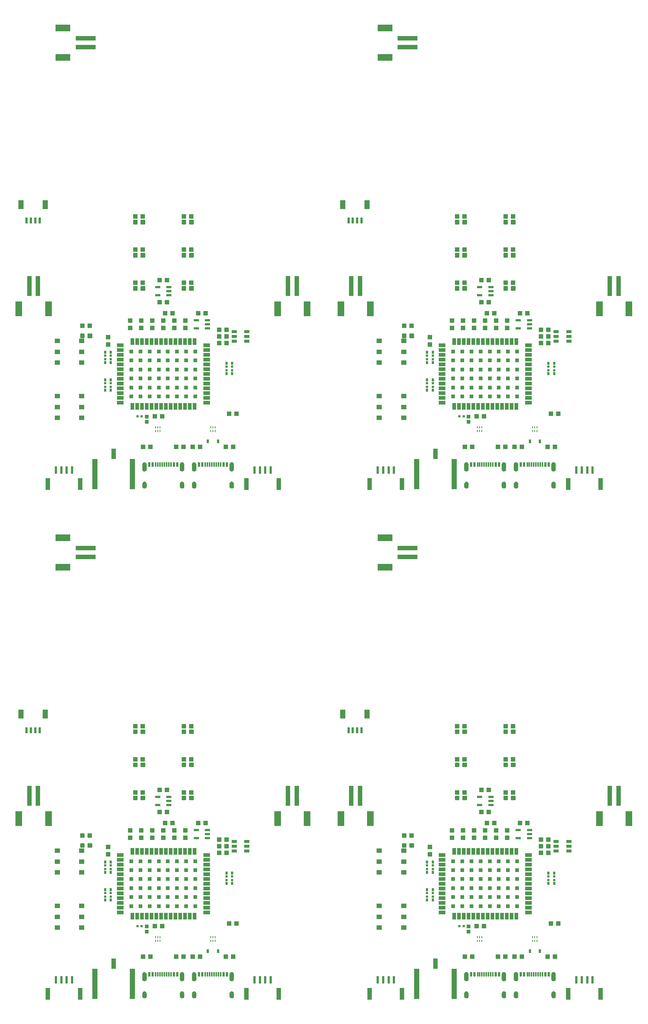
<source format=gtp>
G04 EAGLE Gerber RS-274X export*
G75*
%MOMM*%
%FSLAX34Y34*%
%LPD*%
%INSolderpaste Top*%
%IPPOS*%
%AMOC8*
5,1,8,0,0,1.08239X$1,22.5*%
G01*
%ADD10C,0.300000*%
%ADD11R,1.100000X1.000000*%
%ADD12R,1.000000X1.100000*%
%ADD13R,1.200000X0.550000*%
%ADD14R,0.900000X0.850000*%
%ADD15R,0.600000X0.600000*%
%ADD16R,0.850000X1.520000*%
%ADD17R,1.520000X0.850000*%
%ADD18R,0.900000X0.900000*%
%ADD19R,0.300000X1.000000*%
%ADD20R,0.600000X1.000000*%
%ADD21R,0.250000X0.610000*%
%ADD22R,0.250000X0.560000*%
%ADD23R,1.100000X2.400000*%
%ADD24R,1.250000X7.000000*%
%ADD25R,0.550000X0.800000*%
%ADD26R,0.550000X0.500000*%
%ADD27R,1.000000X4.600000*%
%ADD28R,1.600000X3.400000*%
%ADD29R,4.600000X1.000000*%
%ADD30R,3.400000X1.600000*%
%ADD31R,0.600000X1.700000*%
%ADD32R,1.000000X2.700000*%
%ADD33R,0.630000X0.830000*%
%ADD34R,1.300000X0.700000*%
%ADD35R,1.150000X1.000000*%
%ADD36R,1.200000X2.000000*%
%ADD37R,0.600000X1.350000*%

G36*
X1243379Y1214375D02*
X1243379Y1214375D01*
X1244448Y1214394D01*
X1244454Y1214399D01*
X1244459Y1214396D01*
X1245496Y1214652D01*
X1245501Y1214658D01*
X1245506Y1214656D01*
X1246461Y1215136D01*
X1246464Y1215143D01*
X1246470Y1215142D01*
X1247293Y1215823D01*
X1247295Y1215831D01*
X1247301Y1215831D01*
X1247952Y1216678D01*
X1247952Y1216686D01*
X1247958Y1216687D01*
X1248404Y1217658D01*
X1248402Y1217666D01*
X1248408Y1217669D01*
X1248627Y1218714D01*
X1248624Y1218721D01*
X1248628Y1218724D01*
X1248628Y1230724D01*
X1248624Y1230729D01*
X1248627Y1230732D01*
X1248447Y1231828D01*
X1248442Y1231833D01*
X1248444Y1231838D01*
X1248026Y1232866D01*
X1248018Y1232870D01*
X1248020Y1232876D01*
X1247383Y1233784D01*
X1247375Y1233787D01*
X1247376Y1233793D01*
X1246552Y1234537D01*
X1246544Y1234538D01*
X1246543Y1234543D01*
X1245575Y1235086D01*
X1245567Y1235085D01*
X1245565Y1235090D01*
X1244500Y1235403D01*
X1244496Y1235401D01*
X1244492Y1235401D01*
X1244489Y1235405D01*
X1243382Y1235474D01*
X1243375Y1235469D01*
X1243371Y1235473D01*
X1242264Y1235303D01*
X1242258Y1235297D01*
X1242253Y1235300D01*
X1241211Y1234888D01*
X1241207Y1234881D01*
X1241201Y1234883D01*
X1240277Y1234250D01*
X1240274Y1234242D01*
X1240269Y1234242D01*
X1239509Y1233419D01*
X1239508Y1233411D01*
X1239502Y1233410D01*
X1238944Y1232438D01*
X1238945Y1232430D01*
X1238940Y1232428D01*
X1238612Y1231356D01*
X1238615Y1231349D01*
X1238610Y1231346D01*
X1238529Y1230228D01*
X1238531Y1230226D01*
X1238529Y1230224D01*
X1238529Y1218224D01*
X1238534Y1218218D01*
X1238531Y1218213D01*
X1238750Y1217269D01*
X1238756Y1217264D01*
X1238753Y1217259D01*
X1239177Y1216387D01*
X1239184Y1216383D01*
X1239183Y1216377D01*
X1239790Y1215622D01*
X1239798Y1215620D01*
X1239798Y1215614D01*
X1240558Y1215012D01*
X1240566Y1215012D01*
X1240567Y1215006D01*
X1241442Y1214589D01*
X1241450Y1214591D01*
X1241453Y1214585D01*
X1242398Y1214373D01*
X1242406Y1214376D01*
X1242409Y1214372D01*
X1243379Y1214375D01*
G37*
G36*
X388085Y1214375D02*
X388085Y1214375D01*
X389154Y1214394D01*
X389160Y1214399D01*
X389164Y1214396D01*
X390202Y1214652D01*
X390207Y1214658D01*
X390212Y1214656D01*
X391166Y1215136D01*
X391170Y1215143D01*
X391176Y1215142D01*
X391999Y1215823D01*
X392001Y1215831D01*
X392007Y1215831D01*
X392658Y1216678D01*
X392658Y1216686D01*
X392664Y1216687D01*
X393110Y1217658D01*
X393108Y1217666D01*
X393113Y1217669D01*
X393333Y1218714D01*
X393329Y1218721D01*
X393334Y1218724D01*
X393334Y1230724D01*
X393330Y1230729D01*
X393333Y1230732D01*
X393153Y1231828D01*
X393147Y1231833D01*
X393150Y1231838D01*
X392731Y1232866D01*
X392724Y1232870D01*
X392726Y1232876D01*
X392089Y1233784D01*
X392081Y1233787D01*
X392082Y1233793D01*
X391258Y1234537D01*
X391250Y1234538D01*
X391249Y1234543D01*
X390281Y1235086D01*
X390273Y1235085D01*
X390271Y1235090D01*
X389206Y1235403D01*
X389202Y1235401D01*
X389198Y1235401D01*
X389195Y1235405D01*
X388087Y1235474D01*
X388081Y1235469D01*
X388077Y1235473D01*
X386969Y1235303D01*
X386964Y1235297D01*
X386959Y1235300D01*
X385917Y1234888D01*
X385912Y1234881D01*
X385907Y1234883D01*
X384983Y1234250D01*
X384980Y1234242D01*
X384974Y1234242D01*
X384214Y1233419D01*
X384214Y1233411D01*
X384208Y1233410D01*
X383650Y1232438D01*
X383651Y1232430D01*
X383646Y1232428D01*
X383318Y1231356D01*
X383321Y1231349D01*
X383316Y1231346D01*
X383235Y1230228D01*
X383237Y1230226D01*
X383235Y1230224D01*
X383235Y1218224D01*
X383240Y1218218D01*
X383236Y1218213D01*
X383456Y1217269D01*
X383462Y1217264D01*
X383459Y1217259D01*
X383883Y1216387D01*
X383890Y1216383D01*
X383889Y1216377D01*
X384496Y1215622D01*
X384504Y1215620D01*
X384504Y1215614D01*
X385264Y1215012D01*
X385272Y1215012D01*
X385273Y1215006D01*
X386148Y1214589D01*
X386156Y1214591D01*
X386158Y1214585D01*
X387104Y1214373D01*
X387112Y1214376D01*
X387115Y1214372D01*
X388085Y1214375D01*
G37*
G36*
X502385Y1214375D02*
X502385Y1214375D01*
X503454Y1214394D01*
X503460Y1214399D01*
X503464Y1214396D01*
X504502Y1214652D01*
X504507Y1214658D01*
X504512Y1214656D01*
X505466Y1215136D01*
X505470Y1215143D01*
X505476Y1215142D01*
X506299Y1215823D01*
X506301Y1215831D01*
X506307Y1215831D01*
X506958Y1216678D01*
X506958Y1216686D01*
X506964Y1216687D01*
X507410Y1217658D01*
X507408Y1217666D01*
X507413Y1217669D01*
X507633Y1218714D01*
X507629Y1218721D01*
X507634Y1218724D01*
X507634Y1230724D01*
X507630Y1230729D01*
X507633Y1230732D01*
X507453Y1231828D01*
X507447Y1231833D01*
X507450Y1231838D01*
X507031Y1232866D01*
X507024Y1232870D01*
X507026Y1232876D01*
X506389Y1233784D01*
X506381Y1233787D01*
X506382Y1233793D01*
X505558Y1234537D01*
X505550Y1234538D01*
X505549Y1234543D01*
X504581Y1235086D01*
X504573Y1235085D01*
X504571Y1235090D01*
X503506Y1235403D01*
X503502Y1235401D01*
X503498Y1235401D01*
X503495Y1235405D01*
X502387Y1235474D01*
X502381Y1235469D01*
X502377Y1235473D01*
X501269Y1235303D01*
X501264Y1235297D01*
X501259Y1235300D01*
X500217Y1234888D01*
X500212Y1234881D01*
X500207Y1234883D01*
X499283Y1234250D01*
X499280Y1234242D01*
X499274Y1234242D01*
X498514Y1233419D01*
X498514Y1233411D01*
X498508Y1233410D01*
X497950Y1232438D01*
X497951Y1232430D01*
X497946Y1232428D01*
X497618Y1231356D01*
X497621Y1231349D01*
X497616Y1231346D01*
X497535Y1230228D01*
X497537Y1230226D01*
X497535Y1230224D01*
X497535Y1218224D01*
X497540Y1218218D01*
X497536Y1218213D01*
X497756Y1217269D01*
X497762Y1217264D01*
X497759Y1217259D01*
X498183Y1216387D01*
X498190Y1216383D01*
X498189Y1216377D01*
X498796Y1215622D01*
X498804Y1215620D01*
X498804Y1215614D01*
X499564Y1215012D01*
X499572Y1215012D01*
X499573Y1215006D01*
X500448Y1214589D01*
X500456Y1214591D01*
X500458Y1214585D01*
X501404Y1214373D01*
X501412Y1214376D01*
X501415Y1214372D01*
X502385Y1214375D01*
G37*
G36*
X1129079Y1214375D02*
X1129079Y1214375D01*
X1130148Y1214394D01*
X1130154Y1214399D01*
X1130159Y1214396D01*
X1131196Y1214652D01*
X1131201Y1214658D01*
X1131206Y1214656D01*
X1132161Y1215136D01*
X1132164Y1215143D01*
X1132170Y1215142D01*
X1132993Y1215823D01*
X1132995Y1215831D01*
X1133001Y1215831D01*
X1133652Y1216678D01*
X1133652Y1216686D01*
X1133658Y1216687D01*
X1134104Y1217658D01*
X1134102Y1217666D01*
X1134108Y1217669D01*
X1134327Y1218714D01*
X1134324Y1218721D01*
X1134328Y1218724D01*
X1134328Y1230724D01*
X1134324Y1230729D01*
X1134327Y1230732D01*
X1134147Y1231828D01*
X1134142Y1231833D01*
X1134144Y1231838D01*
X1133726Y1232866D01*
X1133718Y1232870D01*
X1133720Y1232876D01*
X1133083Y1233784D01*
X1133075Y1233787D01*
X1133076Y1233793D01*
X1132252Y1234537D01*
X1132244Y1234538D01*
X1132243Y1234543D01*
X1131275Y1235086D01*
X1131267Y1235085D01*
X1131265Y1235090D01*
X1130200Y1235403D01*
X1130196Y1235401D01*
X1130192Y1235401D01*
X1130189Y1235405D01*
X1129082Y1235474D01*
X1129075Y1235469D01*
X1129071Y1235473D01*
X1127964Y1235303D01*
X1127958Y1235297D01*
X1127953Y1235300D01*
X1126911Y1234888D01*
X1126907Y1234881D01*
X1126901Y1234883D01*
X1125977Y1234250D01*
X1125974Y1234242D01*
X1125969Y1234242D01*
X1125209Y1233419D01*
X1125208Y1233411D01*
X1125202Y1233410D01*
X1124644Y1232438D01*
X1124645Y1232430D01*
X1124640Y1232428D01*
X1124312Y1231356D01*
X1124315Y1231349D01*
X1124310Y1231346D01*
X1124229Y1230228D01*
X1124231Y1230226D01*
X1124229Y1230224D01*
X1124229Y1218224D01*
X1124234Y1218218D01*
X1124231Y1218213D01*
X1124450Y1217269D01*
X1124456Y1217264D01*
X1124453Y1217259D01*
X1124877Y1216387D01*
X1124884Y1216383D01*
X1124883Y1216377D01*
X1125490Y1215622D01*
X1125498Y1215620D01*
X1125498Y1215614D01*
X1126258Y1215012D01*
X1126266Y1215012D01*
X1126267Y1215006D01*
X1127142Y1214589D01*
X1127150Y1214591D01*
X1127153Y1214585D01*
X1128098Y1214373D01*
X1128106Y1214376D01*
X1128109Y1214372D01*
X1129079Y1214375D01*
G37*
G36*
X502385Y41860D02*
X502385Y41860D01*
X502385Y41861D01*
X502385Y41860D01*
X503454Y41879D01*
X503460Y41884D01*
X503464Y41881D01*
X504502Y42137D01*
X504507Y42143D01*
X504512Y42141D01*
X505466Y42621D01*
X505470Y42629D01*
X505476Y42627D01*
X506299Y43308D01*
X506301Y43316D01*
X506307Y43316D01*
X506958Y44163D01*
X506958Y44171D01*
X506964Y44173D01*
X507410Y45143D01*
X507408Y45151D01*
X507413Y45154D01*
X507633Y46200D01*
X507629Y46206D01*
X507634Y46210D01*
X507634Y58210D01*
X507630Y58214D01*
X507633Y58218D01*
X507453Y59313D01*
X507447Y59318D01*
X507450Y59323D01*
X507031Y60351D01*
X507024Y60355D01*
X507026Y60361D01*
X506389Y61270D01*
X506381Y61272D01*
X506382Y61278D01*
X505558Y62022D01*
X505550Y62023D01*
X505549Y62029D01*
X504581Y62571D01*
X504573Y62570D01*
X504571Y62575D01*
X503506Y62888D01*
X503502Y62887D01*
X503498Y62887D01*
X503495Y62890D01*
X502387Y62959D01*
X502381Y62954D01*
X502377Y62958D01*
X501269Y62788D01*
X501264Y62783D01*
X501259Y62786D01*
X500217Y62373D01*
X500212Y62366D01*
X500207Y62368D01*
X499283Y61735D01*
X499280Y61727D01*
X499274Y61727D01*
X498514Y60904D01*
X498514Y60896D01*
X498508Y60895D01*
X497950Y59923D01*
X497951Y59915D01*
X497946Y59913D01*
X497618Y58842D01*
X497621Y58834D01*
X497616Y58831D01*
X497535Y57713D01*
X497537Y57711D01*
X497535Y57710D01*
X497535Y45710D01*
X497540Y45703D01*
X497536Y45698D01*
X497756Y44754D01*
X497762Y44749D01*
X497759Y44744D01*
X498183Y43872D01*
X498190Y43868D01*
X498189Y43863D01*
X498796Y43107D01*
X498804Y43105D01*
X498804Y43099D01*
X499564Y42497D01*
X499572Y42497D01*
X499573Y42492D01*
X500448Y42074D01*
X500456Y42076D01*
X500458Y42070D01*
X501404Y41858D01*
X501412Y41862D01*
X501415Y41857D01*
X502385Y41860D01*
G37*
G36*
X1243379Y41860D02*
X1243379Y41860D01*
X1243379Y41861D01*
X1243379Y41860D01*
X1244448Y41879D01*
X1244454Y41884D01*
X1244459Y41881D01*
X1245496Y42137D01*
X1245501Y42143D01*
X1245506Y42141D01*
X1246461Y42621D01*
X1246464Y42629D01*
X1246470Y42627D01*
X1247293Y43308D01*
X1247295Y43316D01*
X1247301Y43316D01*
X1247952Y44163D01*
X1247952Y44171D01*
X1247958Y44173D01*
X1248404Y45143D01*
X1248402Y45151D01*
X1248408Y45154D01*
X1248627Y46200D01*
X1248624Y46206D01*
X1248628Y46210D01*
X1248628Y58210D01*
X1248624Y58214D01*
X1248627Y58218D01*
X1248447Y59313D01*
X1248442Y59318D01*
X1248444Y59323D01*
X1248026Y60351D01*
X1248018Y60355D01*
X1248020Y60361D01*
X1247383Y61270D01*
X1247375Y61272D01*
X1247376Y61278D01*
X1246552Y62022D01*
X1246544Y62023D01*
X1246543Y62029D01*
X1245575Y62571D01*
X1245567Y62570D01*
X1245565Y62575D01*
X1244500Y62888D01*
X1244496Y62887D01*
X1244492Y62887D01*
X1244489Y62890D01*
X1243382Y62959D01*
X1243375Y62954D01*
X1243371Y62958D01*
X1242264Y62788D01*
X1242258Y62783D01*
X1242253Y62786D01*
X1241211Y62373D01*
X1241207Y62366D01*
X1241201Y62368D01*
X1240277Y61735D01*
X1240274Y61727D01*
X1240269Y61727D01*
X1239509Y60904D01*
X1239508Y60896D01*
X1239502Y60895D01*
X1238944Y59923D01*
X1238945Y59915D01*
X1238940Y59913D01*
X1238612Y58842D01*
X1238615Y58834D01*
X1238610Y58831D01*
X1238529Y57713D01*
X1238531Y57711D01*
X1238529Y57710D01*
X1238529Y45710D01*
X1238534Y45703D01*
X1238531Y45698D01*
X1238750Y44754D01*
X1238756Y44749D01*
X1238753Y44744D01*
X1239177Y43872D01*
X1239184Y43868D01*
X1239183Y43863D01*
X1239790Y43107D01*
X1239798Y43105D01*
X1239798Y43099D01*
X1240558Y42497D01*
X1240566Y42497D01*
X1240567Y42492D01*
X1241442Y42074D01*
X1241450Y42076D01*
X1241453Y42070D01*
X1242398Y41858D01*
X1242406Y41862D01*
X1242409Y41857D01*
X1243379Y41860D01*
G37*
G36*
X1129079Y41860D02*
X1129079Y41860D01*
X1129079Y41861D01*
X1129079Y41860D01*
X1130148Y41879D01*
X1130154Y41884D01*
X1130159Y41881D01*
X1131196Y42137D01*
X1131201Y42143D01*
X1131206Y42141D01*
X1132161Y42621D01*
X1132164Y42629D01*
X1132170Y42627D01*
X1132993Y43308D01*
X1132995Y43316D01*
X1133001Y43316D01*
X1133652Y44163D01*
X1133652Y44171D01*
X1133658Y44173D01*
X1134104Y45143D01*
X1134102Y45151D01*
X1134108Y45154D01*
X1134327Y46200D01*
X1134324Y46206D01*
X1134328Y46210D01*
X1134328Y58210D01*
X1134324Y58214D01*
X1134327Y58218D01*
X1134147Y59313D01*
X1134142Y59318D01*
X1134144Y59323D01*
X1133726Y60351D01*
X1133718Y60355D01*
X1133720Y60361D01*
X1133083Y61270D01*
X1133075Y61272D01*
X1133076Y61278D01*
X1132252Y62022D01*
X1132244Y62023D01*
X1132243Y62029D01*
X1131275Y62571D01*
X1131267Y62570D01*
X1131265Y62575D01*
X1130200Y62888D01*
X1130196Y62887D01*
X1130192Y62887D01*
X1130189Y62890D01*
X1129082Y62959D01*
X1129075Y62954D01*
X1129071Y62958D01*
X1127964Y62788D01*
X1127958Y62783D01*
X1127953Y62786D01*
X1126911Y62373D01*
X1126907Y62366D01*
X1126901Y62368D01*
X1125977Y61735D01*
X1125974Y61727D01*
X1125969Y61727D01*
X1125209Y60904D01*
X1125208Y60896D01*
X1125202Y60895D01*
X1124644Y59923D01*
X1124645Y59915D01*
X1124640Y59913D01*
X1124312Y58842D01*
X1124315Y58834D01*
X1124310Y58831D01*
X1124229Y57713D01*
X1124231Y57711D01*
X1124229Y57710D01*
X1124229Y45710D01*
X1124234Y45703D01*
X1124231Y45698D01*
X1124450Y44754D01*
X1124456Y44749D01*
X1124453Y44744D01*
X1124877Y43872D01*
X1124884Y43868D01*
X1124883Y43863D01*
X1125490Y43107D01*
X1125498Y43105D01*
X1125498Y43099D01*
X1126258Y42497D01*
X1126266Y42497D01*
X1126267Y42492D01*
X1127142Y42074D01*
X1127150Y42076D01*
X1127153Y42070D01*
X1128098Y41858D01*
X1128106Y41862D01*
X1128109Y41857D01*
X1129079Y41860D01*
G37*
G36*
X388085Y41860D02*
X388085Y41860D01*
X388085Y41861D01*
X388085Y41860D01*
X389154Y41879D01*
X389160Y41884D01*
X389164Y41881D01*
X390202Y42137D01*
X390207Y42143D01*
X390212Y42141D01*
X391166Y42621D01*
X391170Y42629D01*
X391176Y42627D01*
X391999Y43308D01*
X392001Y43316D01*
X392007Y43316D01*
X392658Y44163D01*
X392658Y44171D01*
X392664Y44173D01*
X393110Y45143D01*
X393108Y45151D01*
X393113Y45154D01*
X393333Y46200D01*
X393329Y46206D01*
X393334Y46210D01*
X393334Y58210D01*
X393330Y58214D01*
X393333Y58218D01*
X393153Y59313D01*
X393147Y59318D01*
X393150Y59323D01*
X392731Y60351D01*
X392724Y60355D01*
X392726Y60361D01*
X392089Y61270D01*
X392081Y61272D01*
X392082Y61278D01*
X391258Y62022D01*
X391250Y62023D01*
X391249Y62029D01*
X390281Y62571D01*
X390273Y62570D01*
X390271Y62575D01*
X389206Y62888D01*
X389202Y62887D01*
X389198Y62887D01*
X389195Y62890D01*
X388087Y62959D01*
X388081Y62954D01*
X388077Y62958D01*
X386969Y62788D01*
X386964Y62783D01*
X386959Y62786D01*
X385917Y62373D01*
X385912Y62366D01*
X385907Y62368D01*
X384983Y61735D01*
X384980Y61727D01*
X384974Y61727D01*
X384214Y60904D01*
X384214Y60896D01*
X384208Y60895D01*
X383650Y59923D01*
X383651Y59915D01*
X383646Y59913D01*
X383318Y58842D01*
X383321Y58834D01*
X383316Y58831D01*
X383235Y57713D01*
X383237Y57711D01*
X383235Y57710D01*
X383235Y45710D01*
X383240Y45703D01*
X383236Y45698D01*
X383456Y44754D01*
X383462Y44749D01*
X383459Y44744D01*
X383883Y43872D01*
X383890Y43868D01*
X383889Y43863D01*
X384496Y43107D01*
X384504Y43105D01*
X384504Y43099D01*
X385264Y42497D01*
X385272Y42497D01*
X385273Y42492D01*
X386148Y42074D01*
X386156Y42076D01*
X386158Y42070D01*
X387104Y41858D01*
X387112Y41862D01*
X387115Y41857D01*
X388085Y41860D01*
G37*
G36*
X416965Y1214384D02*
X416965Y1214384D01*
X416972Y1214389D01*
X416976Y1214386D01*
X418028Y1214635D01*
X418033Y1214641D01*
X418038Y1214639D01*
X419008Y1215116D01*
X419012Y1215123D01*
X419017Y1215122D01*
X419856Y1215803D01*
X419858Y1215810D01*
X419864Y1215810D01*
X420531Y1216661D01*
X420531Y1216669D01*
X420537Y1216670D01*
X420997Y1217648D01*
X420996Y1217656D01*
X421001Y1217658D01*
X421233Y1218714D01*
X421229Y1218721D01*
X421234Y1218724D01*
X421234Y1230724D01*
X421230Y1230730D01*
X421233Y1230733D01*
X421041Y1231838D01*
X421035Y1231844D01*
X421038Y1231849D01*
X420605Y1232883D01*
X420597Y1232887D01*
X420599Y1232893D01*
X419947Y1233805D01*
X419939Y1233808D01*
X419939Y1233813D01*
X419100Y1234557D01*
X419092Y1234558D01*
X419091Y1234564D01*
X418107Y1235103D01*
X418099Y1235101D01*
X418097Y1235107D01*
X417018Y1235413D01*
X417010Y1235410D01*
X417007Y1235415D01*
X415887Y1235474D01*
X415882Y1235470D01*
X415879Y1235473D01*
X414833Y1235356D01*
X414827Y1235350D01*
X414822Y1235353D01*
X413829Y1235005D01*
X413824Y1234999D01*
X413819Y1235001D01*
X412928Y1234441D01*
X412925Y1234433D01*
X412919Y1234434D01*
X412175Y1233690D01*
X412174Y1233682D01*
X412168Y1233681D01*
X411608Y1232790D01*
X411609Y1232782D01*
X411603Y1232780D01*
X411256Y1231787D01*
X411258Y1231779D01*
X411253Y1231776D01*
X411135Y1230730D01*
X411138Y1230726D01*
X411135Y1230724D01*
X411135Y1218724D01*
X411139Y1218720D01*
X411136Y1218717D01*
X411293Y1217720D01*
X411299Y1217715D01*
X411296Y1217710D01*
X411671Y1216773D01*
X411678Y1216769D01*
X411676Y1216764D01*
X412250Y1215934D01*
X412258Y1215932D01*
X412258Y1215926D01*
X413002Y1215245D01*
X413010Y1215244D01*
X413011Y1215239D01*
X413888Y1214740D01*
X413896Y1214742D01*
X413898Y1214736D01*
X414864Y1214446D01*
X414872Y1214448D01*
X414875Y1214444D01*
X415881Y1214375D01*
X415884Y1214377D01*
X415885Y1214375D01*
X416965Y1214384D01*
G37*
G36*
X1157960Y1214384D02*
X1157960Y1214384D01*
X1157966Y1214389D01*
X1157971Y1214386D01*
X1159022Y1214635D01*
X1159027Y1214641D01*
X1159033Y1214639D01*
X1160002Y1215116D01*
X1160006Y1215123D01*
X1160011Y1215122D01*
X1160851Y1215803D01*
X1160853Y1215810D01*
X1160858Y1215810D01*
X1161525Y1216661D01*
X1161525Y1216669D01*
X1161531Y1216670D01*
X1161992Y1217648D01*
X1161990Y1217656D01*
X1161995Y1217658D01*
X1162227Y1218714D01*
X1162223Y1218721D01*
X1162228Y1218724D01*
X1162228Y1230724D01*
X1162224Y1230730D01*
X1162227Y1230733D01*
X1162035Y1231838D01*
X1162029Y1231844D01*
X1162032Y1231849D01*
X1161599Y1232883D01*
X1161592Y1232887D01*
X1161593Y1232893D01*
X1160941Y1233805D01*
X1160933Y1233808D01*
X1160933Y1233813D01*
X1160094Y1234557D01*
X1160086Y1234558D01*
X1160085Y1234564D01*
X1159101Y1235103D01*
X1159093Y1235101D01*
X1159091Y1235107D01*
X1158012Y1235413D01*
X1158005Y1235410D01*
X1158001Y1235415D01*
X1156881Y1235474D01*
X1156876Y1235470D01*
X1156873Y1235473D01*
X1155827Y1235356D01*
X1155821Y1235350D01*
X1155816Y1235353D01*
X1154823Y1235005D01*
X1154819Y1234999D01*
X1154813Y1235001D01*
X1153922Y1234441D01*
X1153919Y1234433D01*
X1153913Y1234434D01*
X1153169Y1233690D01*
X1153168Y1233682D01*
X1153162Y1233681D01*
X1152602Y1232790D01*
X1152603Y1232782D01*
X1152598Y1232780D01*
X1152250Y1231787D01*
X1152252Y1231779D01*
X1152248Y1231776D01*
X1152130Y1230730D01*
X1152132Y1230726D01*
X1152129Y1230724D01*
X1152129Y1218724D01*
X1152133Y1218720D01*
X1152130Y1218717D01*
X1152287Y1217720D01*
X1152293Y1217715D01*
X1152290Y1217710D01*
X1152665Y1216773D01*
X1152672Y1216769D01*
X1152671Y1216764D01*
X1153245Y1215934D01*
X1153252Y1215932D01*
X1153252Y1215926D01*
X1153996Y1215245D01*
X1154004Y1215244D01*
X1154005Y1215239D01*
X1154882Y1214740D01*
X1154890Y1214742D01*
X1154892Y1214736D01*
X1155858Y1214446D01*
X1155866Y1214448D01*
X1155869Y1214444D01*
X1156875Y1214375D01*
X1156878Y1214377D01*
X1156879Y1214375D01*
X1157960Y1214384D01*
G37*
G36*
X1043660Y1214384D02*
X1043660Y1214384D01*
X1043666Y1214389D01*
X1043671Y1214386D01*
X1044722Y1214635D01*
X1044727Y1214641D01*
X1044733Y1214639D01*
X1045702Y1215116D01*
X1045706Y1215123D01*
X1045711Y1215122D01*
X1046551Y1215803D01*
X1046553Y1215810D01*
X1046558Y1215810D01*
X1047225Y1216661D01*
X1047225Y1216669D01*
X1047231Y1216670D01*
X1047692Y1217648D01*
X1047690Y1217656D01*
X1047695Y1217658D01*
X1047927Y1218714D01*
X1047923Y1218721D01*
X1047928Y1218724D01*
X1047928Y1230724D01*
X1047924Y1230730D01*
X1047927Y1230733D01*
X1047735Y1231838D01*
X1047729Y1231844D01*
X1047732Y1231849D01*
X1047299Y1232883D01*
X1047292Y1232887D01*
X1047293Y1232893D01*
X1046641Y1233805D01*
X1046633Y1233808D01*
X1046633Y1233813D01*
X1045794Y1234557D01*
X1045786Y1234558D01*
X1045785Y1234564D01*
X1044801Y1235103D01*
X1044793Y1235101D01*
X1044791Y1235107D01*
X1043712Y1235413D01*
X1043705Y1235410D01*
X1043701Y1235415D01*
X1042581Y1235474D01*
X1042576Y1235470D01*
X1042573Y1235473D01*
X1041527Y1235356D01*
X1041521Y1235350D01*
X1041516Y1235353D01*
X1040523Y1235005D01*
X1040519Y1234999D01*
X1040513Y1235001D01*
X1039622Y1234441D01*
X1039619Y1234433D01*
X1039613Y1234434D01*
X1038869Y1233690D01*
X1038868Y1233682D01*
X1038862Y1233681D01*
X1038302Y1232790D01*
X1038303Y1232782D01*
X1038298Y1232780D01*
X1037950Y1231787D01*
X1037952Y1231779D01*
X1037948Y1231776D01*
X1037830Y1230730D01*
X1037832Y1230726D01*
X1037829Y1230724D01*
X1037829Y1218724D01*
X1037833Y1218720D01*
X1037830Y1218717D01*
X1037987Y1217720D01*
X1037993Y1217715D01*
X1037990Y1217710D01*
X1038365Y1216773D01*
X1038372Y1216769D01*
X1038371Y1216764D01*
X1038945Y1215934D01*
X1038952Y1215932D01*
X1038952Y1215926D01*
X1039696Y1215245D01*
X1039704Y1215244D01*
X1039705Y1215239D01*
X1040582Y1214740D01*
X1040590Y1214742D01*
X1040592Y1214736D01*
X1041558Y1214446D01*
X1041566Y1214448D01*
X1041569Y1214444D01*
X1042575Y1214375D01*
X1042578Y1214377D01*
X1042579Y1214375D01*
X1043660Y1214384D01*
G37*
G36*
X302665Y1214384D02*
X302665Y1214384D01*
X302672Y1214389D01*
X302676Y1214386D01*
X303728Y1214635D01*
X303733Y1214641D01*
X303738Y1214639D01*
X304708Y1215116D01*
X304712Y1215123D01*
X304717Y1215122D01*
X305556Y1215803D01*
X305558Y1215810D01*
X305564Y1215810D01*
X306231Y1216661D01*
X306231Y1216669D01*
X306237Y1216670D01*
X306697Y1217648D01*
X306696Y1217656D01*
X306701Y1217658D01*
X306933Y1218714D01*
X306929Y1218721D01*
X306934Y1218724D01*
X306934Y1230724D01*
X306930Y1230730D01*
X306933Y1230733D01*
X306741Y1231838D01*
X306735Y1231844D01*
X306738Y1231849D01*
X306305Y1232883D01*
X306297Y1232887D01*
X306299Y1232893D01*
X305647Y1233805D01*
X305639Y1233808D01*
X305639Y1233813D01*
X304800Y1234557D01*
X304792Y1234558D01*
X304791Y1234564D01*
X303807Y1235103D01*
X303799Y1235101D01*
X303797Y1235107D01*
X302718Y1235413D01*
X302710Y1235410D01*
X302707Y1235415D01*
X301587Y1235474D01*
X301582Y1235470D01*
X301579Y1235473D01*
X300533Y1235356D01*
X300527Y1235350D01*
X300522Y1235353D01*
X299529Y1235005D01*
X299524Y1234999D01*
X299519Y1235001D01*
X298628Y1234441D01*
X298625Y1234433D01*
X298619Y1234434D01*
X297875Y1233690D01*
X297874Y1233682D01*
X297868Y1233681D01*
X297308Y1232790D01*
X297309Y1232782D01*
X297303Y1232780D01*
X296956Y1231787D01*
X296958Y1231779D01*
X296953Y1231776D01*
X296835Y1230730D01*
X296838Y1230726D01*
X296835Y1230724D01*
X296835Y1218724D01*
X296839Y1218720D01*
X296836Y1218717D01*
X296993Y1217720D01*
X296999Y1217715D01*
X296996Y1217710D01*
X297371Y1216773D01*
X297378Y1216769D01*
X297376Y1216764D01*
X297950Y1215934D01*
X297958Y1215932D01*
X297958Y1215926D01*
X298702Y1215245D01*
X298710Y1215244D01*
X298711Y1215239D01*
X299588Y1214740D01*
X299596Y1214742D01*
X299598Y1214736D01*
X300564Y1214446D01*
X300572Y1214448D01*
X300575Y1214444D01*
X301581Y1214375D01*
X301584Y1214377D01*
X301585Y1214375D01*
X302665Y1214384D01*
G37*
G36*
X302665Y41869D02*
X302665Y41869D01*
X302672Y41874D01*
X302676Y41871D01*
X303728Y42120D01*
X303733Y42126D01*
X303738Y42124D01*
X304708Y42601D01*
X304712Y42608D01*
X304717Y42607D01*
X305556Y43288D01*
X305558Y43296D01*
X305564Y43296D01*
X306231Y44146D01*
X306231Y44154D01*
X306237Y44155D01*
X306697Y45133D01*
X306696Y45141D01*
X306701Y45143D01*
X306933Y46199D01*
X306929Y46206D01*
X306934Y46210D01*
X306934Y58210D01*
X306930Y58215D01*
X306933Y58218D01*
X306741Y59323D01*
X306735Y59329D01*
X306738Y59334D01*
X306305Y60368D01*
X306297Y60372D01*
X306299Y60378D01*
X305647Y61290D01*
X305639Y61293D01*
X305639Y61298D01*
X304800Y62043D01*
X304792Y62043D01*
X304791Y62049D01*
X303807Y62588D01*
X303799Y62587D01*
X303797Y62592D01*
X302718Y62898D01*
X302710Y62895D01*
X302707Y62900D01*
X301587Y62959D01*
X301582Y62955D01*
X301579Y62959D01*
X300533Y62841D01*
X300527Y62835D01*
X300522Y62838D01*
X299529Y62491D01*
X299524Y62484D01*
X299519Y62486D01*
X298628Y61926D01*
X298625Y61918D01*
X298619Y61919D01*
X297875Y61175D01*
X297874Y61167D01*
X297868Y61166D01*
X297308Y60275D01*
X297309Y60267D01*
X297303Y60265D01*
X296956Y59272D01*
X296958Y59264D01*
X296953Y59261D01*
X296835Y58215D01*
X296838Y58211D01*
X296835Y58210D01*
X296835Y46210D01*
X296839Y46205D01*
X296836Y46202D01*
X296993Y45206D01*
X296999Y45200D01*
X296996Y45195D01*
X297371Y44259D01*
X297378Y44254D01*
X297376Y44249D01*
X297950Y43420D01*
X297958Y43417D01*
X297958Y43411D01*
X298702Y42730D01*
X298710Y42730D01*
X298711Y42724D01*
X299588Y42226D01*
X299596Y42227D01*
X299598Y42221D01*
X300564Y41931D01*
X300572Y41934D01*
X300575Y41929D01*
X301581Y41860D01*
X301584Y41862D01*
X301585Y41860D01*
X302665Y41869D01*
G37*
G36*
X1157960Y41869D02*
X1157960Y41869D01*
X1157966Y41874D01*
X1157971Y41871D01*
X1159022Y42120D01*
X1159027Y42126D01*
X1159033Y42124D01*
X1160002Y42601D01*
X1160006Y42608D01*
X1160011Y42607D01*
X1160851Y43288D01*
X1160853Y43296D01*
X1160858Y43296D01*
X1161525Y44146D01*
X1161525Y44154D01*
X1161531Y44155D01*
X1161992Y45133D01*
X1161990Y45141D01*
X1161995Y45143D01*
X1162227Y46199D01*
X1162223Y46206D01*
X1162228Y46210D01*
X1162228Y58210D01*
X1162224Y58215D01*
X1162227Y58218D01*
X1162035Y59323D01*
X1162029Y59329D01*
X1162032Y59334D01*
X1161599Y60368D01*
X1161592Y60372D01*
X1161593Y60378D01*
X1160941Y61290D01*
X1160933Y61293D01*
X1160933Y61298D01*
X1160094Y62043D01*
X1160086Y62043D01*
X1160085Y62049D01*
X1159101Y62588D01*
X1159093Y62587D01*
X1159091Y62592D01*
X1158012Y62898D01*
X1158005Y62895D01*
X1158001Y62900D01*
X1156881Y62959D01*
X1156876Y62955D01*
X1156873Y62959D01*
X1155827Y62841D01*
X1155821Y62835D01*
X1155816Y62838D01*
X1154823Y62491D01*
X1154819Y62484D01*
X1154813Y62486D01*
X1153922Y61926D01*
X1153919Y61918D01*
X1153913Y61919D01*
X1153169Y61175D01*
X1153168Y61167D01*
X1153162Y61166D01*
X1152602Y60275D01*
X1152603Y60267D01*
X1152598Y60265D01*
X1152250Y59272D01*
X1152252Y59264D01*
X1152248Y59261D01*
X1152130Y58215D01*
X1152132Y58211D01*
X1152129Y58210D01*
X1152129Y46210D01*
X1152133Y46205D01*
X1152130Y46202D01*
X1152287Y45206D01*
X1152293Y45200D01*
X1152290Y45195D01*
X1152665Y44259D01*
X1152672Y44254D01*
X1152671Y44249D01*
X1153245Y43420D01*
X1153252Y43417D01*
X1153252Y43411D01*
X1153996Y42730D01*
X1154004Y42730D01*
X1154005Y42724D01*
X1154882Y42226D01*
X1154890Y42227D01*
X1154892Y42221D01*
X1155858Y41931D01*
X1155866Y41934D01*
X1155869Y41929D01*
X1156875Y41860D01*
X1156878Y41862D01*
X1156879Y41860D01*
X1157960Y41869D01*
G37*
G36*
X416965Y41869D02*
X416965Y41869D01*
X416972Y41874D01*
X416976Y41871D01*
X418028Y42120D01*
X418033Y42126D01*
X418038Y42124D01*
X419008Y42601D01*
X419012Y42608D01*
X419017Y42607D01*
X419856Y43288D01*
X419858Y43296D01*
X419864Y43296D01*
X420531Y44146D01*
X420531Y44154D01*
X420537Y44155D01*
X420997Y45133D01*
X420996Y45141D01*
X421001Y45143D01*
X421233Y46199D01*
X421229Y46206D01*
X421234Y46210D01*
X421234Y58210D01*
X421230Y58215D01*
X421233Y58218D01*
X421041Y59323D01*
X421035Y59329D01*
X421038Y59334D01*
X420605Y60368D01*
X420597Y60372D01*
X420599Y60378D01*
X419947Y61290D01*
X419939Y61293D01*
X419939Y61298D01*
X419100Y62043D01*
X419092Y62043D01*
X419091Y62049D01*
X418107Y62588D01*
X418099Y62587D01*
X418097Y62592D01*
X417018Y62898D01*
X417010Y62895D01*
X417007Y62900D01*
X415887Y62959D01*
X415882Y62955D01*
X415879Y62959D01*
X414833Y62841D01*
X414827Y62835D01*
X414822Y62838D01*
X413829Y62491D01*
X413824Y62484D01*
X413819Y62486D01*
X412928Y61926D01*
X412925Y61918D01*
X412919Y61919D01*
X412175Y61175D01*
X412174Y61167D01*
X412168Y61166D01*
X411608Y60275D01*
X411609Y60267D01*
X411603Y60265D01*
X411256Y59272D01*
X411258Y59264D01*
X411253Y59261D01*
X411135Y58215D01*
X411138Y58211D01*
X411135Y58210D01*
X411135Y46210D01*
X411139Y46205D01*
X411136Y46202D01*
X411293Y45206D01*
X411299Y45200D01*
X411296Y45195D01*
X411671Y44259D01*
X411678Y44254D01*
X411676Y44249D01*
X412250Y43420D01*
X412258Y43417D01*
X412258Y43411D01*
X413002Y42730D01*
X413010Y42730D01*
X413011Y42724D01*
X413888Y42226D01*
X413896Y42227D01*
X413898Y42221D01*
X414864Y41931D01*
X414872Y41934D01*
X414875Y41929D01*
X415881Y41860D01*
X415884Y41862D01*
X415885Y41860D01*
X416965Y41869D01*
G37*
G36*
X1043660Y41869D02*
X1043660Y41869D01*
X1043666Y41874D01*
X1043671Y41871D01*
X1044722Y42120D01*
X1044727Y42126D01*
X1044733Y42124D01*
X1045702Y42601D01*
X1045706Y42608D01*
X1045711Y42607D01*
X1046551Y43288D01*
X1046553Y43296D01*
X1046558Y43296D01*
X1047225Y44146D01*
X1047225Y44154D01*
X1047231Y44155D01*
X1047692Y45133D01*
X1047690Y45141D01*
X1047695Y45143D01*
X1047927Y46199D01*
X1047923Y46206D01*
X1047928Y46210D01*
X1047928Y58210D01*
X1047924Y58215D01*
X1047927Y58218D01*
X1047735Y59323D01*
X1047729Y59329D01*
X1047732Y59334D01*
X1047299Y60368D01*
X1047292Y60372D01*
X1047293Y60378D01*
X1046641Y61290D01*
X1046633Y61293D01*
X1046633Y61298D01*
X1045794Y62043D01*
X1045786Y62043D01*
X1045785Y62049D01*
X1044801Y62588D01*
X1044793Y62587D01*
X1044791Y62592D01*
X1043712Y62898D01*
X1043705Y62895D01*
X1043701Y62900D01*
X1042581Y62959D01*
X1042576Y62955D01*
X1042573Y62959D01*
X1041527Y62841D01*
X1041521Y62835D01*
X1041516Y62838D01*
X1040523Y62491D01*
X1040519Y62484D01*
X1040513Y62486D01*
X1039622Y61926D01*
X1039619Y61918D01*
X1039613Y61919D01*
X1038869Y61175D01*
X1038868Y61167D01*
X1038862Y61166D01*
X1038302Y60275D01*
X1038303Y60267D01*
X1038298Y60265D01*
X1037950Y59272D01*
X1037952Y59264D01*
X1037948Y59261D01*
X1037830Y58215D01*
X1037832Y58211D01*
X1037829Y58210D01*
X1037829Y46210D01*
X1037833Y46205D01*
X1037830Y46202D01*
X1037987Y45206D01*
X1037993Y45200D01*
X1037990Y45195D01*
X1038365Y44259D01*
X1038372Y44254D01*
X1038371Y44249D01*
X1038945Y43420D01*
X1038952Y43417D01*
X1038952Y43411D01*
X1039696Y42730D01*
X1039704Y42730D01*
X1039705Y42724D01*
X1040582Y42226D01*
X1040590Y42227D01*
X1040592Y42221D01*
X1041558Y41931D01*
X1041566Y41934D01*
X1041569Y41929D01*
X1042575Y41860D01*
X1042578Y41862D01*
X1042579Y41860D01*
X1043660Y41869D01*
G37*
G36*
X1129582Y1174879D02*
X1129582Y1174879D01*
X1129586Y1174876D01*
X1130661Y1175031D01*
X1130667Y1175036D01*
X1130672Y1175033D01*
X1131686Y1175424D01*
X1131690Y1175431D01*
X1131696Y1175429D01*
X1132597Y1176035D01*
X1132600Y1176043D01*
X1132606Y1176042D01*
X1133350Y1176834D01*
X1133351Y1176842D01*
X1133357Y1176843D01*
X1133906Y1177780D01*
X1133905Y1177788D01*
X1133910Y1177790D01*
X1134237Y1178827D01*
X1134235Y1178834D01*
X1134239Y1178837D01*
X1134328Y1179920D01*
X1134326Y1179923D01*
X1134328Y1179924D01*
X1134328Y1185924D01*
X1134325Y1185928D01*
X1134327Y1185931D01*
X1134177Y1187063D01*
X1134172Y1187069D01*
X1134175Y1187074D01*
X1133776Y1188145D01*
X1133769Y1188149D01*
X1133771Y1188154D01*
X1133145Y1189109D01*
X1133137Y1189112D01*
X1133138Y1189118D01*
X1132314Y1189910D01*
X1132306Y1189911D01*
X1132306Y1189916D01*
X1131327Y1190505D01*
X1131319Y1190504D01*
X1131317Y1190510D01*
X1130231Y1190866D01*
X1130224Y1190863D01*
X1130221Y1190868D01*
X1129083Y1190973D01*
X1129075Y1190968D01*
X1129070Y1190973D01*
X1127933Y1190766D01*
X1127927Y1190760D01*
X1127922Y1190763D01*
X1126859Y1190308D01*
X1126855Y1190301D01*
X1126850Y1190302D01*
X1125915Y1189622D01*
X1125913Y1189615D01*
X1125907Y1189615D01*
X1125147Y1188744D01*
X1125146Y1188736D01*
X1125141Y1188735D01*
X1124593Y1187717D01*
X1124595Y1187709D01*
X1124589Y1187707D01*
X1124586Y1187694D01*
X1124586Y1187693D01*
X1124572Y1187644D01*
X1124559Y1187595D01*
X1124545Y1187546D01*
X1124531Y1187497D01*
X1124531Y1187496D01*
X1124518Y1187447D01*
X1124504Y1187398D01*
X1124491Y1187349D01*
X1124477Y1187300D01*
X1124477Y1187299D01*
X1124464Y1187250D01*
X1124450Y1187201D01*
X1124436Y1187152D01*
X1124423Y1187103D01*
X1124423Y1187102D01*
X1124409Y1187053D01*
X1124396Y1187004D01*
X1124382Y1186955D01*
X1124369Y1186906D01*
X1124369Y1186905D01*
X1124355Y1186856D01*
X1124342Y1186807D01*
X1124328Y1186758D01*
X1124282Y1186592D01*
X1124285Y1186585D01*
X1124281Y1186581D01*
X1124229Y1185427D01*
X1124230Y1185425D01*
X1124229Y1185424D01*
X1124229Y1179424D01*
X1124234Y1179419D01*
X1124230Y1179415D01*
X1124442Y1178335D01*
X1124448Y1178329D01*
X1124445Y1178324D01*
X1124892Y1177318D01*
X1124900Y1177314D01*
X1124898Y1177309D01*
X1125558Y1176427D01*
X1125565Y1176425D01*
X1125565Y1176419D01*
X1126404Y1175707D01*
X1126413Y1175706D01*
X1126414Y1175700D01*
X1127390Y1175192D01*
X1127398Y1175194D01*
X1127401Y1175188D01*
X1128466Y1174911D01*
X1128473Y1174914D01*
X1128477Y1174909D01*
X1129577Y1174875D01*
X1129582Y1174879D01*
G37*
G36*
X1243882Y1174879D02*
X1243882Y1174879D01*
X1243886Y1174876D01*
X1244961Y1175031D01*
X1244967Y1175036D01*
X1244972Y1175033D01*
X1245986Y1175424D01*
X1245990Y1175431D01*
X1245996Y1175429D01*
X1246897Y1176035D01*
X1246900Y1176043D01*
X1246906Y1176042D01*
X1247650Y1176834D01*
X1247651Y1176842D01*
X1247657Y1176843D01*
X1248206Y1177780D01*
X1248205Y1177788D01*
X1248210Y1177790D01*
X1248537Y1178827D01*
X1248535Y1178834D01*
X1248539Y1178837D01*
X1248628Y1179920D01*
X1248626Y1179923D01*
X1248628Y1179924D01*
X1248628Y1185924D01*
X1248625Y1185928D01*
X1248627Y1185931D01*
X1248477Y1187063D01*
X1248472Y1187069D01*
X1248475Y1187074D01*
X1248076Y1188145D01*
X1248069Y1188149D01*
X1248071Y1188154D01*
X1247445Y1189109D01*
X1247437Y1189112D01*
X1247438Y1189118D01*
X1246614Y1189910D01*
X1246606Y1189911D01*
X1246606Y1189916D01*
X1245627Y1190505D01*
X1245619Y1190504D01*
X1245617Y1190510D01*
X1244531Y1190866D01*
X1244524Y1190863D01*
X1244521Y1190868D01*
X1243383Y1190973D01*
X1243375Y1190968D01*
X1243370Y1190973D01*
X1242233Y1190766D01*
X1242227Y1190760D01*
X1242222Y1190763D01*
X1241159Y1190308D01*
X1241155Y1190301D01*
X1241150Y1190302D01*
X1240215Y1189622D01*
X1240213Y1189615D01*
X1240207Y1189615D01*
X1239447Y1188744D01*
X1239446Y1188736D01*
X1239441Y1188735D01*
X1238893Y1187717D01*
X1238895Y1187709D01*
X1238889Y1187707D01*
X1238886Y1187694D01*
X1238886Y1187693D01*
X1238872Y1187644D01*
X1238859Y1187595D01*
X1238845Y1187546D01*
X1238831Y1187497D01*
X1238831Y1187496D01*
X1238818Y1187447D01*
X1238804Y1187398D01*
X1238791Y1187349D01*
X1238777Y1187300D01*
X1238777Y1187299D01*
X1238764Y1187250D01*
X1238750Y1187201D01*
X1238736Y1187152D01*
X1238723Y1187103D01*
X1238723Y1187102D01*
X1238709Y1187053D01*
X1238696Y1187004D01*
X1238682Y1186955D01*
X1238669Y1186906D01*
X1238669Y1186905D01*
X1238655Y1186856D01*
X1238642Y1186807D01*
X1238628Y1186758D01*
X1238582Y1186592D01*
X1238585Y1186585D01*
X1238581Y1186581D01*
X1238529Y1185427D01*
X1238530Y1185425D01*
X1238529Y1185424D01*
X1238529Y1179424D01*
X1238534Y1179419D01*
X1238530Y1179415D01*
X1238742Y1178335D01*
X1238748Y1178329D01*
X1238745Y1178324D01*
X1239192Y1177318D01*
X1239200Y1177314D01*
X1239198Y1177309D01*
X1239858Y1176427D01*
X1239865Y1176425D01*
X1239865Y1176419D01*
X1240704Y1175707D01*
X1240713Y1175706D01*
X1240714Y1175700D01*
X1241690Y1175192D01*
X1241698Y1175194D01*
X1241701Y1175188D01*
X1242766Y1174911D01*
X1242773Y1174914D01*
X1242777Y1174909D01*
X1243877Y1174875D01*
X1243882Y1174879D01*
G37*
G36*
X502888Y1174879D02*
X502888Y1174879D01*
X502891Y1174876D01*
X503967Y1175031D01*
X503973Y1175036D01*
X503978Y1175033D01*
X504992Y1175424D01*
X504996Y1175431D01*
X505001Y1175429D01*
X505903Y1176035D01*
X505906Y1176043D01*
X505911Y1176042D01*
X506656Y1176834D01*
X506657Y1176842D01*
X506662Y1176843D01*
X507212Y1177780D01*
X507211Y1177788D01*
X507216Y1177790D01*
X507543Y1178827D01*
X507540Y1178834D01*
X507545Y1178837D01*
X507634Y1179920D01*
X507632Y1179923D01*
X507634Y1179924D01*
X507634Y1185924D01*
X507631Y1185928D01*
X507633Y1185931D01*
X507483Y1187063D01*
X507477Y1187069D01*
X507480Y1187074D01*
X507082Y1188145D01*
X507075Y1188149D01*
X507077Y1188154D01*
X506451Y1189109D01*
X506443Y1189112D01*
X506444Y1189118D01*
X505620Y1189910D01*
X505612Y1189911D01*
X505611Y1189916D01*
X504633Y1190505D01*
X504624Y1190504D01*
X504622Y1190510D01*
X503537Y1190866D01*
X503529Y1190863D01*
X503526Y1190868D01*
X502389Y1190973D01*
X502381Y1190968D01*
X502376Y1190973D01*
X501238Y1190766D01*
X501233Y1190760D01*
X501228Y1190763D01*
X500165Y1190308D01*
X500161Y1190301D01*
X500156Y1190302D01*
X499221Y1189622D01*
X499218Y1189615D01*
X499213Y1189615D01*
X498453Y1188744D01*
X498452Y1188736D01*
X498446Y1188735D01*
X497899Y1187717D01*
X497900Y1187709D01*
X497895Y1187707D01*
X497891Y1187694D01*
X497891Y1187693D01*
X497878Y1187644D01*
X497864Y1187595D01*
X497851Y1187546D01*
X497837Y1187497D01*
X497837Y1187496D01*
X497824Y1187447D01*
X497810Y1187398D01*
X497797Y1187349D01*
X497783Y1187300D01*
X497783Y1187299D01*
X497769Y1187250D01*
X497756Y1187201D01*
X497742Y1187152D01*
X497729Y1187103D01*
X497729Y1187102D01*
X497715Y1187053D01*
X497702Y1187004D01*
X497688Y1186955D01*
X497674Y1186906D01*
X497674Y1186905D01*
X497661Y1186856D01*
X497647Y1186807D01*
X497634Y1186758D01*
X497588Y1186592D01*
X497591Y1186585D01*
X497586Y1186581D01*
X497535Y1185427D01*
X497536Y1185425D01*
X497535Y1185424D01*
X497535Y1179424D01*
X497539Y1179419D01*
X497536Y1179415D01*
X497748Y1178335D01*
X497754Y1178329D01*
X497751Y1178324D01*
X498198Y1177318D01*
X498205Y1177314D01*
X498204Y1177309D01*
X498863Y1176427D01*
X498871Y1176425D01*
X498871Y1176419D01*
X499710Y1175707D01*
X499718Y1175706D01*
X499719Y1175700D01*
X500696Y1175192D01*
X500704Y1175194D01*
X500706Y1175188D01*
X501772Y1174911D01*
X501779Y1174914D01*
X501783Y1174909D01*
X502883Y1174875D01*
X502888Y1174879D01*
G37*
G36*
X388588Y1174879D02*
X388588Y1174879D01*
X388591Y1174876D01*
X389667Y1175031D01*
X389673Y1175036D01*
X389678Y1175033D01*
X390692Y1175424D01*
X390696Y1175431D01*
X390701Y1175429D01*
X391603Y1176035D01*
X391606Y1176043D01*
X391611Y1176042D01*
X392356Y1176834D01*
X392357Y1176842D01*
X392362Y1176843D01*
X392912Y1177780D01*
X392911Y1177788D01*
X392916Y1177790D01*
X393243Y1178827D01*
X393240Y1178834D01*
X393245Y1178837D01*
X393334Y1179920D01*
X393332Y1179923D01*
X393334Y1179924D01*
X393334Y1185924D01*
X393331Y1185928D01*
X393333Y1185931D01*
X393183Y1187063D01*
X393177Y1187069D01*
X393180Y1187074D01*
X392782Y1188145D01*
X392775Y1188149D01*
X392777Y1188154D01*
X392151Y1189109D01*
X392143Y1189112D01*
X392144Y1189118D01*
X391320Y1189910D01*
X391312Y1189911D01*
X391311Y1189916D01*
X390333Y1190505D01*
X390324Y1190504D01*
X390322Y1190510D01*
X389237Y1190866D01*
X389229Y1190863D01*
X389226Y1190868D01*
X388089Y1190973D01*
X388081Y1190968D01*
X388076Y1190973D01*
X386938Y1190766D01*
X386933Y1190760D01*
X386928Y1190763D01*
X385865Y1190308D01*
X385861Y1190301D01*
X385856Y1190302D01*
X384921Y1189622D01*
X384918Y1189615D01*
X384913Y1189615D01*
X384153Y1188744D01*
X384152Y1188736D01*
X384146Y1188735D01*
X383599Y1187717D01*
X383600Y1187709D01*
X383595Y1187707D01*
X383591Y1187694D01*
X383591Y1187693D01*
X383578Y1187644D01*
X383564Y1187595D01*
X383551Y1187546D01*
X383537Y1187497D01*
X383537Y1187496D01*
X383524Y1187447D01*
X383510Y1187398D01*
X383497Y1187349D01*
X383483Y1187300D01*
X383483Y1187299D01*
X383469Y1187250D01*
X383456Y1187201D01*
X383442Y1187152D01*
X383429Y1187103D01*
X383429Y1187102D01*
X383415Y1187053D01*
X383402Y1187004D01*
X383388Y1186955D01*
X383374Y1186906D01*
X383374Y1186905D01*
X383361Y1186856D01*
X383347Y1186807D01*
X383334Y1186758D01*
X383288Y1186592D01*
X383291Y1186585D01*
X383286Y1186581D01*
X383235Y1185427D01*
X383236Y1185425D01*
X383235Y1185424D01*
X383235Y1179424D01*
X383239Y1179419D01*
X383236Y1179415D01*
X383448Y1178335D01*
X383454Y1178329D01*
X383451Y1178324D01*
X383898Y1177318D01*
X383905Y1177314D01*
X383904Y1177309D01*
X384563Y1176427D01*
X384571Y1176425D01*
X384571Y1176419D01*
X385410Y1175707D01*
X385418Y1175706D01*
X385419Y1175700D01*
X386396Y1175192D01*
X386404Y1175194D01*
X386406Y1175188D01*
X387472Y1174911D01*
X387479Y1174914D01*
X387483Y1174909D01*
X388583Y1174875D01*
X388588Y1174879D01*
G37*
G36*
X1243882Y2364D02*
X1243882Y2364D01*
X1243886Y2361D01*
X1244961Y2516D01*
X1244967Y2522D01*
X1244972Y2519D01*
X1245986Y2909D01*
X1245990Y2916D01*
X1245996Y2914D01*
X1246897Y3520D01*
X1246900Y3528D01*
X1246906Y3528D01*
X1247650Y4319D01*
X1247651Y4327D01*
X1247657Y4328D01*
X1248206Y5266D01*
X1248205Y5274D01*
X1248210Y5276D01*
X1248537Y6312D01*
X1248535Y6320D01*
X1248539Y6323D01*
X1248628Y7406D01*
X1248626Y7408D01*
X1248628Y7410D01*
X1248628Y13410D01*
X1248625Y13414D01*
X1248627Y13416D01*
X1248477Y14548D01*
X1248472Y14554D01*
X1248475Y14559D01*
X1248076Y15630D01*
X1248069Y15634D01*
X1248071Y15640D01*
X1247445Y16595D01*
X1247437Y16597D01*
X1247438Y16603D01*
X1246614Y17395D01*
X1246606Y17396D01*
X1246606Y17402D01*
X1245627Y17990D01*
X1245619Y17989D01*
X1245617Y17995D01*
X1244531Y18351D01*
X1244524Y18348D01*
X1244521Y18353D01*
X1243383Y18459D01*
X1243375Y18453D01*
X1243370Y18458D01*
X1242233Y18251D01*
X1242227Y18245D01*
X1242222Y18248D01*
X1241159Y17793D01*
X1241155Y17786D01*
X1241150Y17788D01*
X1240215Y17108D01*
X1240213Y17100D01*
X1240207Y17100D01*
X1239447Y16229D01*
X1239446Y16221D01*
X1239441Y16220D01*
X1238893Y15202D01*
X1238895Y15194D01*
X1238889Y15192D01*
X1238886Y15179D01*
X1238872Y15129D01*
X1238859Y15080D01*
X1238845Y15031D01*
X1238831Y14982D01*
X1238818Y14932D01*
X1238804Y14883D01*
X1238791Y14834D01*
X1238777Y14785D01*
X1238764Y14735D01*
X1238750Y14686D01*
X1238736Y14637D01*
X1238723Y14588D01*
X1238709Y14538D01*
X1238696Y14489D01*
X1238682Y14440D01*
X1238669Y14391D01*
X1238655Y14341D01*
X1238642Y14292D01*
X1238628Y14243D01*
X1238582Y14077D01*
X1238585Y14070D01*
X1238581Y14067D01*
X1238529Y12912D01*
X1238530Y12910D01*
X1238529Y12910D01*
X1238529Y6910D01*
X1238534Y6904D01*
X1238530Y6900D01*
X1238742Y5820D01*
X1238748Y5814D01*
X1238745Y5809D01*
X1239192Y4803D01*
X1239200Y4799D01*
X1239198Y4794D01*
X1239858Y3912D01*
X1239865Y3910D01*
X1239865Y3904D01*
X1240704Y3192D01*
X1240713Y3191D01*
X1240714Y3186D01*
X1241690Y2678D01*
X1241698Y2679D01*
X1241701Y2674D01*
X1242766Y2396D01*
X1242773Y2399D01*
X1242777Y2394D01*
X1243877Y2360D01*
X1243882Y2364D01*
G37*
G36*
X1129582Y2364D02*
X1129582Y2364D01*
X1129586Y2361D01*
X1130661Y2516D01*
X1130667Y2522D01*
X1130672Y2519D01*
X1131686Y2909D01*
X1131690Y2916D01*
X1131696Y2914D01*
X1132597Y3520D01*
X1132600Y3528D01*
X1132606Y3528D01*
X1133350Y4319D01*
X1133351Y4327D01*
X1133357Y4328D01*
X1133906Y5266D01*
X1133905Y5274D01*
X1133910Y5276D01*
X1134237Y6312D01*
X1134235Y6320D01*
X1134239Y6323D01*
X1134328Y7406D01*
X1134326Y7408D01*
X1134328Y7410D01*
X1134328Y13410D01*
X1134325Y13414D01*
X1134327Y13416D01*
X1134177Y14548D01*
X1134172Y14554D01*
X1134175Y14559D01*
X1133776Y15630D01*
X1133769Y15634D01*
X1133771Y15640D01*
X1133145Y16595D01*
X1133137Y16597D01*
X1133138Y16603D01*
X1132314Y17395D01*
X1132306Y17396D01*
X1132306Y17402D01*
X1131327Y17990D01*
X1131319Y17989D01*
X1131317Y17995D01*
X1130231Y18351D01*
X1130224Y18348D01*
X1130221Y18353D01*
X1129083Y18459D01*
X1129075Y18453D01*
X1129070Y18458D01*
X1127933Y18251D01*
X1127927Y18245D01*
X1127922Y18248D01*
X1126859Y17793D01*
X1126855Y17786D01*
X1126850Y17788D01*
X1125915Y17108D01*
X1125913Y17100D01*
X1125907Y17100D01*
X1125147Y16229D01*
X1125146Y16221D01*
X1125141Y16220D01*
X1124593Y15202D01*
X1124595Y15194D01*
X1124589Y15192D01*
X1124586Y15179D01*
X1124572Y15129D01*
X1124559Y15080D01*
X1124545Y15031D01*
X1124531Y14982D01*
X1124518Y14932D01*
X1124504Y14883D01*
X1124491Y14834D01*
X1124477Y14785D01*
X1124464Y14735D01*
X1124450Y14686D01*
X1124436Y14637D01*
X1124423Y14588D01*
X1124409Y14538D01*
X1124396Y14489D01*
X1124382Y14440D01*
X1124369Y14391D01*
X1124355Y14341D01*
X1124342Y14292D01*
X1124328Y14243D01*
X1124282Y14077D01*
X1124285Y14070D01*
X1124281Y14067D01*
X1124229Y12912D01*
X1124230Y12910D01*
X1124229Y12910D01*
X1124229Y6910D01*
X1124234Y6904D01*
X1124230Y6900D01*
X1124442Y5820D01*
X1124448Y5814D01*
X1124445Y5809D01*
X1124892Y4803D01*
X1124900Y4799D01*
X1124898Y4794D01*
X1125558Y3912D01*
X1125565Y3910D01*
X1125565Y3904D01*
X1126404Y3192D01*
X1126413Y3191D01*
X1126414Y3186D01*
X1127390Y2678D01*
X1127398Y2679D01*
X1127401Y2674D01*
X1128466Y2396D01*
X1128473Y2399D01*
X1128477Y2394D01*
X1129577Y2360D01*
X1129582Y2364D01*
G37*
G36*
X502888Y2364D02*
X502888Y2364D01*
X502891Y2361D01*
X503967Y2516D01*
X503973Y2522D01*
X503978Y2519D01*
X504992Y2909D01*
X504996Y2916D01*
X505001Y2914D01*
X505903Y3520D01*
X505906Y3528D01*
X505911Y3528D01*
X506656Y4319D01*
X506657Y4327D01*
X506662Y4328D01*
X507212Y5266D01*
X507211Y5274D01*
X507216Y5276D01*
X507543Y6312D01*
X507540Y6320D01*
X507545Y6323D01*
X507634Y7406D01*
X507632Y7408D01*
X507634Y7410D01*
X507634Y13410D01*
X507631Y13414D01*
X507633Y13416D01*
X507483Y14548D01*
X507477Y14554D01*
X507480Y14559D01*
X507082Y15630D01*
X507075Y15634D01*
X507077Y15640D01*
X506451Y16595D01*
X506443Y16597D01*
X506444Y16603D01*
X505620Y17395D01*
X505612Y17396D01*
X505611Y17402D01*
X504633Y17990D01*
X504624Y17989D01*
X504622Y17995D01*
X503537Y18351D01*
X503529Y18348D01*
X503526Y18353D01*
X502389Y18459D01*
X502381Y18453D01*
X502376Y18458D01*
X501238Y18251D01*
X501233Y18245D01*
X501228Y18248D01*
X500165Y17793D01*
X500161Y17786D01*
X500156Y17788D01*
X499221Y17108D01*
X499218Y17100D01*
X499213Y17100D01*
X498453Y16229D01*
X498452Y16221D01*
X498446Y16220D01*
X497899Y15202D01*
X497900Y15194D01*
X497895Y15192D01*
X497891Y15179D01*
X497878Y15129D01*
X497864Y15080D01*
X497851Y15031D01*
X497837Y14982D01*
X497824Y14932D01*
X497810Y14883D01*
X497797Y14834D01*
X497783Y14785D01*
X497769Y14735D01*
X497756Y14686D01*
X497742Y14637D01*
X497729Y14588D01*
X497715Y14538D01*
X497702Y14489D01*
X497688Y14440D01*
X497674Y14391D01*
X497661Y14341D01*
X497647Y14292D01*
X497634Y14243D01*
X497588Y14077D01*
X497591Y14070D01*
X497586Y14067D01*
X497535Y12912D01*
X497536Y12910D01*
X497535Y12910D01*
X497535Y6910D01*
X497539Y6904D01*
X497536Y6900D01*
X497748Y5820D01*
X497754Y5814D01*
X497751Y5809D01*
X498198Y4803D01*
X498205Y4799D01*
X498204Y4794D01*
X498863Y3912D01*
X498871Y3910D01*
X498871Y3904D01*
X499710Y3192D01*
X499718Y3191D01*
X499719Y3186D01*
X500696Y2678D01*
X500704Y2679D01*
X500706Y2674D01*
X501772Y2396D01*
X501779Y2399D01*
X501783Y2394D01*
X502883Y2360D01*
X502888Y2364D01*
G37*
G36*
X388588Y2364D02*
X388588Y2364D01*
X388591Y2361D01*
X389667Y2516D01*
X389673Y2522D01*
X389678Y2519D01*
X390692Y2909D01*
X390696Y2916D01*
X390701Y2914D01*
X391603Y3520D01*
X391606Y3528D01*
X391611Y3528D01*
X392356Y4319D01*
X392357Y4327D01*
X392362Y4328D01*
X392912Y5266D01*
X392911Y5274D01*
X392916Y5276D01*
X393243Y6312D01*
X393240Y6320D01*
X393245Y6323D01*
X393334Y7406D01*
X393332Y7408D01*
X393334Y7410D01*
X393334Y13410D01*
X393331Y13414D01*
X393333Y13416D01*
X393183Y14548D01*
X393177Y14554D01*
X393180Y14559D01*
X392782Y15630D01*
X392775Y15634D01*
X392777Y15640D01*
X392151Y16595D01*
X392143Y16597D01*
X392144Y16603D01*
X391320Y17395D01*
X391312Y17396D01*
X391311Y17402D01*
X390333Y17990D01*
X390324Y17989D01*
X390322Y17995D01*
X389237Y18351D01*
X389229Y18348D01*
X389226Y18353D01*
X388089Y18459D01*
X388081Y18453D01*
X388076Y18458D01*
X386938Y18251D01*
X386933Y18245D01*
X386928Y18248D01*
X385865Y17793D01*
X385861Y17786D01*
X385856Y17788D01*
X384921Y17108D01*
X384918Y17100D01*
X384913Y17100D01*
X384153Y16229D01*
X384152Y16221D01*
X384146Y16220D01*
X383599Y15202D01*
X383600Y15194D01*
X383595Y15192D01*
X383591Y15179D01*
X383578Y15129D01*
X383564Y15080D01*
X383551Y15031D01*
X383537Y14982D01*
X383524Y14932D01*
X383510Y14883D01*
X383497Y14834D01*
X383483Y14785D01*
X383469Y14735D01*
X383456Y14686D01*
X383442Y14637D01*
X383429Y14588D01*
X383415Y14538D01*
X383402Y14489D01*
X383388Y14440D01*
X383374Y14391D01*
X383361Y14341D01*
X383347Y14292D01*
X383334Y14243D01*
X383288Y14077D01*
X383291Y14070D01*
X383286Y14067D01*
X383235Y12912D01*
X383236Y12910D01*
X383235Y12910D01*
X383235Y6910D01*
X383239Y6904D01*
X383236Y6900D01*
X383448Y5820D01*
X383454Y5814D01*
X383451Y5809D01*
X383898Y4803D01*
X383905Y4799D01*
X383904Y4794D01*
X384563Y3912D01*
X384571Y3910D01*
X384571Y3904D01*
X385410Y3192D01*
X385418Y3191D01*
X385419Y3186D01*
X386396Y2678D01*
X386404Y2679D01*
X386406Y2674D01*
X387472Y2396D01*
X387479Y2399D01*
X387483Y2394D01*
X388583Y2360D01*
X388588Y2364D01*
G37*
G36*
X1043081Y1174880D02*
X1043081Y1174880D01*
X1043085Y1174876D01*
X1044173Y1175021D01*
X1044179Y1175026D01*
X1044184Y1175023D01*
X1045212Y1175407D01*
X1045216Y1175414D01*
X1045222Y1175412D01*
X1046139Y1176015D01*
X1046142Y1176022D01*
X1046147Y1176022D01*
X1046907Y1176813D01*
X1046908Y1176822D01*
X1046914Y1176822D01*
X1047479Y1177763D01*
X1047479Y1177767D01*
X1047480Y1177768D01*
X1047478Y1177769D01*
X1047478Y1177771D01*
X1047484Y1177773D01*
X1047825Y1178816D01*
X1047822Y1178824D01*
X1047827Y1178827D01*
X1047928Y1179920D01*
X1047926Y1179923D01*
X1047928Y1179924D01*
X1047928Y1185924D01*
X1047926Y1185927D01*
X1047928Y1185929D01*
X1047827Y1187022D01*
X1047822Y1187028D01*
X1047825Y1187033D01*
X1047484Y1188076D01*
X1047477Y1188080D01*
X1047479Y1188086D01*
X1046914Y1189027D01*
X1046907Y1189030D01*
X1046907Y1189035D01*
X1046147Y1189827D01*
X1046139Y1189828D01*
X1046139Y1189834D01*
X1045222Y1190437D01*
X1045214Y1190436D01*
X1045212Y1190442D01*
X1044184Y1190825D01*
X1044176Y1190823D01*
X1044173Y1190828D01*
X1043085Y1190973D01*
X1043078Y1190969D01*
X1043074Y1190973D01*
X1041937Y1190868D01*
X1041931Y1190862D01*
X1041926Y1190866D01*
X1040841Y1190510D01*
X1040836Y1190503D01*
X1040831Y1190505D01*
X1039852Y1189916D01*
X1039849Y1189909D01*
X1039843Y1189910D01*
X1039019Y1189118D01*
X1039018Y1189110D01*
X1039012Y1189109D01*
X1038386Y1188154D01*
X1038386Y1188146D01*
X1038381Y1188145D01*
X1037983Y1187074D01*
X1037985Y1187066D01*
X1037980Y1187063D01*
X1037830Y1185931D01*
X1037832Y1185927D01*
X1037829Y1185924D01*
X1037829Y1179924D01*
X1037832Y1179920D01*
X1037830Y1179918D01*
X1037980Y1178786D01*
X1037986Y1178780D01*
X1037983Y1178775D01*
X1038381Y1177704D01*
X1038388Y1177700D01*
X1038386Y1177695D01*
X1039012Y1176739D01*
X1039020Y1176737D01*
X1039019Y1176731D01*
X1039843Y1175939D01*
X1039851Y1175938D01*
X1039852Y1175933D01*
X1040831Y1175344D01*
X1040839Y1175345D01*
X1040841Y1175339D01*
X1041926Y1174983D01*
X1041934Y1174986D01*
X1041937Y1174981D01*
X1043074Y1174875D01*
X1043081Y1174880D01*
G37*
G36*
X416387Y1174880D02*
X416387Y1174880D01*
X416391Y1174876D01*
X417479Y1175021D01*
X417485Y1175026D01*
X417489Y1175023D01*
X418518Y1175407D01*
X418522Y1175414D01*
X418528Y1175412D01*
X419445Y1176015D01*
X419448Y1176022D01*
X419453Y1176022D01*
X420213Y1176813D01*
X420214Y1176822D01*
X420220Y1176822D01*
X420785Y1177763D01*
X420784Y1177767D01*
X420785Y1177768D01*
X420784Y1177769D01*
X420784Y1177771D01*
X420789Y1177773D01*
X421131Y1178816D01*
X421128Y1178824D01*
X421133Y1178827D01*
X421233Y1179920D01*
X421232Y1179923D01*
X421234Y1179924D01*
X421234Y1185924D01*
X421232Y1185927D01*
X421233Y1185929D01*
X421133Y1187022D01*
X421127Y1187028D01*
X421131Y1187033D01*
X420789Y1188076D01*
X420783Y1188080D01*
X420785Y1188086D01*
X420220Y1189027D01*
X420212Y1189030D01*
X420213Y1189035D01*
X419453Y1189827D01*
X419445Y1189828D01*
X419445Y1189834D01*
X418528Y1190437D01*
X418519Y1190436D01*
X418518Y1190442D01*
X417489Y1190825D01*
X417482Y1190823D01*
X417479Y1190828D01*
X416391Y1190973D01*
X416384Y1190969D01*
X416380Y1190973D01*
X415242Y1190868D01*
X415236Y1190862D01*
X415232Y1190866D01*
X414146Y1190510D01*
X414142Y1190503D01*
X414136Y1190505D01*
X413157Y1189916D01*
X413154Y1189909D01*
X413149Y1189910D01*
X412325Y1189118D01*
X412324Y1189110D01*
X412318Y1189109D01*
X411692Y1188154D01*
X411692Y1188146D01*
X411687Y1188145D01*
X411288Y1187074D01*
X411291Y1187066D01*
X411286Y1187063D01*
X411136Y1185931D01*
X411138Y1185927D01*
X411135Y1185924D01*
X411135Y1179924D01*
X411138Y1179920D01*
X411136Y1179918D01*
X411286Y1178786D01*
X411291Y1178780D01*
X411288Y1178775D01*
X411687Y1177704D01*
X411694Y1177700D01*
X411692Y1177695D01*
X412318Y1176739D01*
X412326Y1176737D01*
X412325Y1176731D01*
X413149Y1175939D01*
X413157Y1175938D01*
X413157Y1175933D01*
X414136Y1175344D01*
X414144Y1175345D01*
X414146Y1175339D01*
X415232Y1174983D01*
X415239Y1174986D01*
X415242Y1174981D01*
X416380Y1174875D01*
X416387Y1174880D01*
G37*
G36*
X1157381Y1174880D02*
X1157381Y1174880D01*
X1157385Y1174876D01*
X1158473Y1175021D01*
X1158479Y1175026D01*
X1158484Y1175023D01*
X1159512Y1175407D01*
X1159516Y1175414D01*
X1159522Y1175412D01*
X1160439Y1176015D01*
X1160442Y1176022D01*
X1160447Y1176022D01*
X1161207Y1176813D01*
X1161208Y1176822D01*
X1161214Y1176822D01*
X1161779Y1177763D01*
X1161779Y1177767D01*
X1161780Y1177768D01*
X1161778Y1177769D01*
X1161778Y1177771D01*
X1161784Y1177773D01*
X1162125Y1178816D01*
X1162122Y1178824D01*
X1162127Y1178827D01*
X1162228Y1179920D01*
X1162226Y1179923D01*
X1162228Y1179924D01*
X1162228Y1185924D01*
X1162226Y1185927D01*
X1162228Y1185929D01*
X1162127Y1187022D01*
X1162122Y1187028D01*
X1162125Y1187033D01*
X1161784Y1188076D01*
X1161777Y1188080D01*
X1161779Y1188086D01*
X1161214Y1189027D01*
X1161207Y1189030D01*
X1161207Y1189035D01*
X1160447Y1189827D01*
X1160439Y1189828D01*
X1160439Y1189834D01*
X1159522Y1190437D01*
X1159514Y1190436D01*
X1159512Y1190442D01*
X1158484Y1190825D01*
X1158476Y1190823D01*
X1158473Y1190828D01*
X1157385Y1190973D01*
X1157378Y1190969D01*
X1157374Y1190973D01*
X1156237Y1190868D01*
X1156231Y1190862D01*
X1156226Y1190866D01*
X1155141Y1190510D01*
X1155136Y1190503D01*
X1155131Y1190505D01*
X1154152Y1189916D01*
X1154149Y1189909D01*
X1154143Y1189910D01*
X1153319Y1189118D01*
X1153318Y1189110D01*
X1153312Y1189109D01*
X1152686Y1188154D01*
X1152686Y1188146D01*
X1152681Y1188145D01*
X1152283Y1187074D01*
X1152285Y1187066D01*
X1152280Y1187063D01*
X1152130Y1185931D01*
X1152132Y1185927D01*
X1152129Y1185924D01*
X1152129Y1179924D01*
X1152132Y1179920D01*
X1152130Y1179918D01*
X1152280Y1178786D01*
X1152286Y1178780D01*
X1152283Y1178775D01*
X1152681Y1177704D01*
X1152688Y1177700D01*
X1152686Y1177695D01*
X1153312Y1176739D01*
X1153320Y1176737D01*
X1153319Y1176731D01*
X1154143Y1175939D01*
X1154151Y1175938D01*
X1154152Y1175933D01*
X1155131Y1175344D01*
X1155139Y1175345D01*
X1155141Y1175339D01*
X1156226Y1174983D01*
X1156234Y1174986D01*
X1156237Y1174981D01*
X1157374Y1174875D01*
X1157381Y1174880D01*
G37*
G36*
X302087Y1174880D02*
X302087Y1174880D01*
X302091Y1174876D01*
X303179Y1175021D01*
X303185Y1175026D01*
X303189Y1175023D01*
X304218Y1175407D01*
X304222Y1175414D01*
X304228Y1175412D01*
X305145Y1176015D01*
X305148Y1176022D01*
X305153Y1176022D01*
X305913Y1176813D01*
X305914Y1176822D01*
X305920Y1176822D01*
X306485Y1177763D01*
X306484Y1177767D01*
X306485Y1177768D01*
X306484Y1177769D01*
X306484Y1177771D01*
X306489Y1177773D01*
X306831Y1178816D01*
X306828Y1178824D01*
X306833Y1178827D01*
X306933Y1179920D01*
X306932Y1179923D01*
X306934Y1179924D01*
X306934Y1185924D01*
X306932Y1185927D01*
X306933Y1185929D01*
X306833Y1187022D01*
X306827Y1187028D01*
X306831Y1187033D01*
X306489Y1188076D01*
X306483Y1188080D01*
X306485Y1188086D01*
X305920Y1189027D01*
X305912Y1189030D01*
X305913Y1189035D01*
X305153Y1189827D01*
X305145Y1189828D01*
X305145Y1189834D01*
X304228Y1190437D01*
X304219Y1190436D01*
X304218Y1190442D01*
X303189Y1190825D01*
X303182Y1190823D01*
X303179Y1190828D01*
X302091Y1190973D01*
X302084Y1190969D01*
X302080Y1190973D01*
X300942Y1190868D01*
X300936Y1190862D01*
X300932Y1190866D01*
X299846Y1190510D01*
X299842Y1190503D01*
X299836Y1190505D01*
X298857Y1189916D01*
X298854Y1189909D01*
X298849Y1189910D01*
X298025Y1189118D01*
X298024Y1189110D01*
X298018Y1189109D01*
X297392Y1188154D01*
X297392Y1188146D01*
X297387Y1188145D01*
X296988Y1187074D01*
X296991Y1187066D01*
X296986Y1187063D01*
X296836Y1185931D01*
X296838Y1185927D01*
X296835Y1185924D01*
X296835Y1179924D01*
X296838Y1179920D01*
X296836Y1179918D01*
X296986Y1178786D01*
X296991Y1178780D01*
X296988Y1178775D01*
X297387Y1177704D01*
X297394Y1177700D01*
X297392Y1177695D01*
X298018Y1176739D01*
X298026Y1176737D01*
X298025Y1176731D01*
X298849Y1175939D01*
X298857Y1175938D01*
X298857Y1175933D01*
X299836Y1175344D01*
X299844Y1175345D01*
X299846Y1175339D01*
X300932Y1174983D01*
X300939Y1174986D01*
X300942Y1174981D01*
X302080Y1174875D01*
X302087Y1174880D01*
G37*
G36*
X1157381Y2365D02*
X1157381Y2365D01*
X1157385Y2361D01*
X1158473Y2506D01*
X1158479Y2512D01*
X1158484Y2509D01*
X1159512Y2892D01*
X1159516Y2899D01*
X1159522Y2897D01*
X1160439Y3500D01*
X1160442Y3508D01*
X1160447Y3507D01*
X1161207Y4299D01*
X1161208Y4307D01*
X1161214Y4307D01*
X1161779Y5248D01*
X1161779Y5252D01*
X1161780Y5253D01*
X1161778Y5255D01*
X1161778Y5256D01*
X1161784Y5258D01*
X1162125Y6301D01*
X1162122Y6309D01*
X1162127Y6312D01*
X1162228Y7405D01*
X1162226Y7408D01*
X1162228Y7410D01*
X1162228Y13410D01*
X1162226Y13412D01*
X1162228Y13414D01*
X1162127Y14507D01*
X1162122Y14513D01*
X1162125Y14518D01*
X1161784Y15561D01*
X1161777Y15566D01*
X1161779Y15571D01*
X1161214Y16512D01*
X1161207Y16515D01*
X1161207Y16521D01*
X1160447Y17312D01*
X1160439Y17314D01*
X1160439Y17319D01*
X1159522Y17922D01*
X1159514Y17922D01*
X1159512Y17927D01*
X1158484Y18311D01*
X1158476Y18308D01*
X1158473Y18313D01*
X1157385Y18458D01*
X1157378Y18454D01*
X1157374Y18459D01*
X1156237Y18353D01*
X1156231Y18347D01*
X1156226Y18351D01*
X1155141Y17995D01*
X1155136Y17988D01*
X1155131Y17990D01*
X1154152Y17402D01*
X1154149Y17394D01*
X1154143Y17395D01*
X1153319Y16603D01*
X1153318Y16595D01*
X1153312Y16595D01*
X1152686Y15640D01*
X1152686Y15631D01*
X1152681Y15630D01*
X1152283Y14559D01*
X1152285Y14551D01*
X1152280Y14548D01*
X1152130Y13416D01*
X1152132Y13412D01*
X1152129Y13410D01*
X1152129Y7410D01*
X1152132Y7406D01*
X1152130Y7403D01*
X1152280Y6271D01*
X1152286Y6265D01*
X1152283Y6260D01*
X1152681Y5190D01*
X1152688Y5185D01*
X1152686Y5180D01*
X1153312Y4225D01*
X1153320Y4222D01*
X1153319Y4216D01*
X1154143Y3424D01*
X1154151Y3423D01*
X1154152Y3418D01*
X1155131Y2829D01*
X1155139Y2830D01*
X1155141Y2824D01*
X1156226Y2468D01*
X1156234Y2471D01*
X1156237Y2466D01*
X1157374Y2361D01*
X1157381Y2365D01*
G37*
G36*
X416387Y2365D02*
X416387Y2365D01*
X416391Y2361D01*
X417479Y2506D01*
X417485Y2512D01*
X417489Y2509D01*
X418518Y2892D01*
X418522Y2899D01*
X418528Y2897D01*
X419445Y3500D01*
X419448Y3508D01*
X419453Y3507D01*
X420213Y4299D01*
X420214Y4307D01*
X420220Y4307D01*
X420785Y5248D01*
X420784Y5252D01*
X420785Y5253D01*
X420784Y5255D01*
X420784Y5256D01*
X420789Y5258D01*
X421131Y6301D01*
X421128Y6309D01*
X421133Y6312D01*
X421233Y7405D01*
X421232Y7408D01*
X421234Y7410D01*
X421234Y13410D01*
X421232Y13412D01*
X421233Y13414D01*
X421133Y14507D01*
X421127Y14513D01*
X421131Y14518D01*
X420789Y15561D01*
X420783Y15566D01*
X420785Y15571D01*
X420220Y16512D01*
X420212Y16515D01*
X420213Y16521D01*
X419453Y17312D01*
X419445Y17314D01*
X419445Y17319D01*
X418528Y17922D01*
X418519Y17922D01*
X418518Y17927D01*
X417489Y18311D01*
X417482Y18308D01*
X417479Y18313D01*
X416391Y18458D01*
X416384Y18454D01*
X416380Y18459D01*
X415242Y18353D01*
X415236Y18347D01*
X415232Y18351D01*
X414146Y17995D01*
X414142Y17988D01*
X414136Y17990D01*
X413157Y17402D01*
X413154Y17394D01*
X413149Y17395D01*
X412325Y16603D01*
X412324Y16595D01*
X412318Y16595D01*
X411692Y15640D01*
X411692Y15631D01*
X411687Y15630D01*
X411288Y14559D01*
X411291Y14551D01*
X411286Y14548D01*
X411136Y13416D01*
X411138Y13412D01*
X411135Y13410D01*
X411135Y7410D01*
X411138Y7406D01*
X411136Y7403D01*
X411286Y6271D01*
X411291Y6265D01*
X411288Y6260D01*
X411687Y5190D01*
X411694Y5185D01*
X411692Y5180D01*
X412318Y4225D01*
X412326Y4222D01*
X412325Y4216D01*
X413149Y3424D01*
X413157Y3423D01*
X413157Y3418D01*
X414136Y2829D01*
X414144Y2830D01*
X414146Y2824D01*
X415232Y2468D01*
X415239Y2471D01*
X415242Y2466D01*
X416380Y2361D01*
X416387Y2365D01*
G37*
G36*
X302087Y2365D02*
X302087Y2365D01*
X302091Y2361D01*
X303179Y2506D01*
X303185Y2512D01*
X303189Y2509D01*
X304218Y2892D01*
X304222Y2899D01*
X304228Y2897D01*
X305145Y3500D01*
X305148Y3508D01*
X305153Y3507D01*
X305913Y4299D01*
X305914Y4307D01*
X305920Y4307D01*
X306485Y5248D01*
X306484Y5252D01*
X306485Y5253D01*
X306484Y5255D01*
X306484Y5256D01*
X306489Y5258D01*
X306831Y6301D01*
X306828Y6309D01*
X306833Y6312D01*
X306933Y7405D01*
X306932Y7408D01*
X306934Y7410D01*
X306934Y13410D01*
X306932Y13412D01*
X306933Y13414D01*
X306833Y14507D01*
X306827Y14513D01*
X306831Y14518D01*
X306489Y15561D01*
X306483Y15566D01*
X306485Y15571D01*
X305920Y16512D01*
X305912Y16515D01*
X305913Y16521D01*
X305153Y17312D01*
X305145Y17314D01*
X305145Y17319D01*
X304228Y17922D01*
X304219Y17922D01*
X304218Y17927D01*
X303189Y18311D01*
X303182Y18308D01*
X303179Y18313D01*
X302091Y18458D01*
X302084Y18454D01*
X302080Y18459D01*
X300942Y18353D01*
X300936Y18347D01*
X300932Y18351D01*
X299846Y17995D01*
X299842Y17988D01*
X299836Y17990D01*
X298857Y17402D01*
X298854Y17394D01*
X298849Y17395D01*
X298025Y16603D01*
X298024Y16595D01*
X298018Y16595D01*
X297392Y15640D01*
X297392Y15631D01*
X297387Y15630D01*
X296988Y14559D01*
X296991Y14551D01*
X296986Y14548D01*
X296836Y13416D01*
X296838Y13412D01*
X296835Y13410D01*
X296835Y7410D01*
X296838Y7406D01*
X296836Y7403D01*
X296986Y6271D01*
X296991Y6265D01*
X296988Y6260D01*
X297387Y5190D01*
X297394Y5185D01*
X297392Y5180D01*
X298018Y4225D01*
X298026Y4222D01*
X298025Y4216D01*
X298849Y3424D01*
X298857Y3423D01*
X298857Y3418D01*
X299836Y2829D01*
X299844Y2830D01*
X299846Y2824D01*
X300932Y2468D01*
X300939Y2471D01*
X300942Y2466D01*
X302080Y2361D01*
X302087Y2365D01*
G37*
G36*
X1043081Y2365D02*
X1043081Y2365D01*
X1043085Y2361D01*
X1044173Y2506D01*
X1044179Y2512D01*
X1044184Y2509D01*
X1045212Y2892D01*
X1045216Y2899D01*
X1045222Y2897D01*
X1046139Y3500D01*
X1046142Y3508D01*
X1046147Y3507D01*
X1046907Y4299D01*
X1046908Y4307D01*
X1046914Y4307D01*
X1047479Y5248D01*
X1047479Y5252D01*
X1047480Y5253D01*
X1047478Y5255D01*
X1047478Y5256D01*
X1047484Y5258D01*
X1047825Y6301D01*
X1047822Y6309D01*
X1047827Y6312D01*
X1047928Y7405D01*
X1047926Y7408D01*
X1047928Y7410D01*
X1047928Y13410D01*
X1047926Y13412D01*
X1047928Y13414D01*
X1047827Y14507D01*
X1047822Y14513D01*
X1047825Y14518D01*
X1047484Y15561D01*
X1047477Y15566D01*
X1047479Y15571D01*
X1046914Y16512D01*
X1046907Y16515D01*
X1046907Y16521D01*
X1046147Y17312D01*
X1046139Y17314D01*
X1046139Y17319D01*
X1045222Y17922D01*
X1045214Y17922D01*
X1045212Y17927D01*
X1044184Y18311D01*
X1044176Y18308D01*
X1044173Y18313D01*
X1043085Y18458D01*
X1043078Y18454D01*
X1043074Y18459D01*
X1041937Y18353D01*
X1041931Y18347D01*
X1041926Y18351D01*
X1040841Y17995D01*
X1040836Y17988D01*
X1040831Y17990D01*
X1039852Y17402D01*
X1039849Y17394D01*
X1039843Y17395D01*
X1039019Y16603D01*
X1039018Y16595D01*
X1039012Y16595D01*
X1038386Y15640D01*
X1038386Y15631D01*
X1038381Y15630D01*
X1037983Y14559D01*
X1037985Y14551D01*
X1037980Y14548D01*
X1037830Y13416D01*
X1037832Y13412D01*
X1037829Y13410D01*
X1037829Y7410D01*
X1037832Y7406D01*
X1037830Y7403D01*
X1037980Y6271D01*
X1037986Y6265D01*
X1037983Y6260D01*
X1038381Y5190D01*
X1038388Y5185D01*
X1038386Y5180D01*
X1039012Y4225D01*
X1039020Y4222D01*
X1039019Y4216D01*
X1039843Y3424D01*
X1039851Y3423D01*
X1039852Y3418D01*
X1040831Y2829D01*
X1040839Y2830D01*
X1040841Y2824D01*
X1041926Y2468D01*
X1041934Y2471D01*
X1041937Y2466D01*
X1043074Y2361D01*
X1043081Y2365D01*
G37*
D10*
X406234Y535590D02*
X406234Y542590D01*
X413234Y542590D01*
X413234Y535590D01*
X406234Y535590D01*
X406234Y538440D02*
X413234Y538440D01*
X413234Y541290D02*
X406234Y541290D01*
X388694Y542590D02*
X388694Y535590D01*
X388694Y542590D02*
X395694Y542590D01*
X395694Y535590D01*
X388694Y535590D01*
X388694Y538440D02*
X395694Y538440D01*
X395694Y541290D02*
X388694Y541290D01*
D11*
X392464Y551790D03*
X409464Y551790D03*
D12*
X370484Y371840D03*
X370484Y388840D03*
X345084Y388840D03*
X345084Y371840D03*
D13*
X446985Y370840D03*
X446985Y380340D03*
X446985Y389840D03*
X420983Y389840D03*
X420983Y370840D03*
D11*
X442484Y405740D03*
X425484Y405740D03*
D12*
X268884Y388840D03*
X268884Y371840D03*
X294284Y388840D03*
X294284Y371840D03*
D10*
X406234Y459390D02*
X406234Y466390D01*
X413234Y466390D01*
X413234Y459390D01*
X406234Y459390D01*
X406234Y462240D02*
X413234Y462240D01*
X413234Y465090D02*
X406234Y465090D01*
X388694Y466390D02*
X388694Y459390D01*
X388694Y466390D02*
X395694Y466390D01*
X395694Y459390D01*
X388694Y459390D01*
X388694Y462240D02*
X395694Y462240D01*
X395694Y465090D02*
X388694Y465090D01*
D11*
X392464Y475590D03*
X409464Y475590D03*
D14*
X306984Y167700D03*
X306984Y156100D03*
D11*
X325154Y168250D03*
X342154Y168250D03*
D12*
X319684Y388840D03*
X319684Y371840D03*
D15*
X285474Y168250D03*
X295474Y168250D03*
D16*
X273584Y191540D03*
X284584Y191540D03*
X295584Y191540D03*
X306584Y191540D03*
X317584Y191540D03*
X328584Y191540D03*
X339584Y191540D03*
X350584Y191540D03*
X361584Y191540D03*
X372584Y191540D03*
X383584Y191540D03*
X394584Y191540D03*
X405584Y191540D03*
X416584Y191540D03*
D17*
X444584Y200040D03*
X444584Y211040D03*
X444584Y222040D03*
X444584Y233040D03*
X444584Y244040D03*
X444584Y255040D03*
X444584Y266040D03*
X444584Y277040D03*
X444584Y288040D03*
X444584Y299040D03*
X444584Y310040D03*
X444584Y321040D03*
X444584Y332040D03*
D16*
X416584Y340540D03*
X405584Y340540D03*
X394584Y340540D03*
X383584Y340540D03*
X372584Y340540D03*
X361584Y340540D03*
X350584Y340540D03*
X339584Y340540D03*
X328584Y340540D03*
X317584Y340540D03*
X306584Y340540D03*
X295584Y340540D03*
X284584Y340540D03*
X273584Y340540D03*
D17*
X245584Y332040D03*
X245584Y321040D03*
X245584Y310040D03*
X245584Y299040D03*
X245584Y288040D03*
X245584Y277040D03*
X245584Y266040D03*
X245584Y255040D03*
X245584Y244040D03*
X245584Y233040D03*
X245584Y222040D03*
X245584Y211040D03*
X245584Y200040D03*
D18*
X334584Y276540D03*
X313584Y276540D03*
X292584Y276540D03*
X271584Y276540D03*
X334584Y297040D03*
X313584Y297040D03*
X292584Y297040D03*
X271584Y297040D03*
X334584Y317540D03*
X313584Y317540D03*
X292584Y317540D03*
X271584Y317540D03*
X334584Y214540D03*
X313584Y214540D03*
X292584Y214540D03*
X271584Y214540D03*
X334584Y235040D03*
X313584Y235040D03*
X292584Y235040D03*
X271584Y235040D03*
X334584Y255540D03*
X313584Y255540D03*
X292584Y255540D03*
X271584Y255540D03*
X418584Y276540D03*
X397584Y276540D03*
X376584Y276540D03*
X355584Y276540D03*
X418584Y297040D03*
X397584Y297040D03*
X376584Y297040D03*
X355584Y297040D03*
X418584Y317540D03*
X397584Y317540D03*
X376584Y317540D03*
X355584Y317540D03*
X418584Y214540D03*
X397584Y214540D03*
X376584Y214540D03*
X355584Y214540D03*
X418584Y235040D03*
X397584Y235040D03*
X376584Y235040D03*
X355584Y235040D03*
X418584Y255540D03*
X397584Y255540D03*
X376584Y255540D03*
X355584Y255540D03*
D11*
X391684Y98240D03*
X374684Y98240D03*
X298484Y98240D03*
X315484Y98240D03*
D19*
X352584Y58010D03*
X347584Y58010D03*
D20*
X377334Y58010D03*
X369584Y58010D03*
D19*
X362584Y58010D03*
X357584Y58010D03*
X337584Y58010D03*
X342584Y58010D03*
D20*
X312834Y58010D03*
X320584Y58010D03*
D19*
X327584Y58010D03*
X332584Y58010D03*
D12*
X395884Y371840D03*
X395884Y388840D03*
D11*
X349284Y405740D03*
X366284Y405740D03*
D21*
X327384Y134990D03*
D22*
X332384Y134740D03*
X337384Y134740D03*
X337384Y143340D03*
X332384Y143340D03*
X327384Y143340D03*
D23*
X230784Y82350D03*
D24*
X273834Y35450D03*
X187734Y35450D03*
D25*
X224284Y292140D03*
D26*
X224284Y300140D03*
X224284Y308140D03*
D25*
X224284Y316140D03*
X211284Y316140D03*
D26*
X211284Y308140D03*
X211284Y300140D03*
D25*
X211284Y292140D03*
X224284Y228640D03*
D26*
X224284Y236640D03*
X224284Y244640D03*
D25*
X224284Y252640D03*
X211284Y252640D03*
D26*
X211284Y244640D03*
X211284Y236640D03*
D25*
X211284Y228640D03*
D12*
X218084Y333740D03*
X218084Y350740D03*
D11*
X175784Y376530D03*
X158784Y376530D03*
D10*
X172554Y357170D02*
X172554Y350170D01*
X172554Y357170D02*
X179554Y357170D01*
X179554Y350170D01*
X172554Y350170D01*
X172554Y353020D02*
X179554Y353020D01*
X179554Y355870D02*
X172554Y355870D01*
X155014Y357170D02*
X155014Y350170D01*
X155014Y357170D02*
X162014Y357170D01*
X162014Y350170D01*
X155014Y350170D01*
X155014Y353020D02*
X162014Y353020D01*
X162014Y355870D02*
X155014Y355870D01*
D27*
X652264Y468140D03*
X632264Y468140D03*
D28*
X676264Y416140D03*
X608264Y416140D03*
D29*
X166184Y1018040D03*
X166184Y1038040D03*
D30*
X114184Y994040D03*
X114184Y1062040D03*
D11*
X297704Y627990D03*
X280704Y627990D03*
D10*
X294474Y618790D02*
X294474Y611790D01*
X294474Y618790D02*
X301474Y618790D01*
X301474Y611790D01*
X294474Y611790D01*
X294474Y614640D02*
X301474Y614640D01*
X301474Y617490D02*
X294474Y617490D01*
X276934Y618790D02*
X276934Y611790D01*
X276934Y618790D02*
X283934Y618790D01*
X283934Y611790D01*
X276934Y611790D01*
X276934Y614640D02*
X283934Y614640D01*
X283934Y617490D02*
X276934Y617490D01*
D11*
X297704Y551790D03*
X280704Y551790D03*
D10*
X294474Y542590D02*
X294474Y535590D01*
X294474Y542590D02*
X301474Y542590D01*
X301474Y535590D01*
X294474Y535590D01*
X294474Y538440D02*
X301474Y538440D01*
X301474Y541290D02*
X294474Y541290D01*
X276934Y542590D02*
X276934Y535590D01*
X276934Y542590D02*
X283934Y542590D01*
X283934Y535590D01*
X276934Y535590D01*
X276934Y538440D02*
X283934Y538440D01*
X283934Y541290D02*
X276934Y541290D01*
D11*
X297704Y475590D03*
X280704Y475590D03*
D10*
X294474Y466390D02*
X294474Y459390D01*
X294474Y466390D02*
X301474Y466390D01*
X301474Y459390D01*
X294474Y459390D01*
X294474Y462240D02*
X301474Y462240D01*
X301474Y465090D02*
X294474Y465090D01*
X276934Y466390D02*
X276934Y459390D01*
X276934Y466390D02*
X283934Y466390D01*
X283934Y459390D01*
X276934Y459390D01*
X276934Y462240D02*
X283934Y462240D01*
X283934Y465090D02*
X276934Y465090D01*
D27*
X56634Y468140D03*
X36634Y468140D03*
D28*
X80634Y416140D03*
X12634Y416140D03*
D19*
X466884Y58010D03*
X461884Y58010D03*
D20*
X491634Y58010D03*
X483884Y58010D03*
D19*
X476884Y58010D03*
X471884Y58010D03*
X451884Y58010D03*
X456884Y58010D03*
D20*
X427134Y58010D03*
X434884Y58010D03*
D19*
X441884Y58010D03*
X446884Y58010D03*
D11*
X505984Y98240D03*
X488984Y98240D03*
X412784Y98240D03*
X429784Y98240D03*
D31*
X97734Y44880D03*
D32*
X153734Y12880D03*
X79234Y12880D03*
D31*
X110234Y44880D03*
X122734Y44880D03*
X135234Y44880D03*
X554934Y44880D03*
D32*
X610934Y12880D03*
X536434Y12880D03*
D31*
X567434Y44880D03*
X579934Y44880D03*
X592434Y44880D03*
D11*
X409464Y627990D03*
X392464Y627990D03*
D10*
X406234Y618790D02*
X406234Y611790D01*
X406234Y618790D02*
X413234Y618790D01*
X413234Y611790D01*
X406234Y611790D01*
X406234Y614640D02*
X413234Y614640D01*
X413234Y617490D02*
X406234Y617490D01*
X388694Y618790D02*
X388694Y611790D01*
X388694Y618790D02*
X395694Y618790D01*
X395694Y611790D01*
X388694Y611790D01*
X388694Y614640D02*
X395694Y614640D01*
X395694Y617490D02*
X388694Y617490D01*
D25*
X503684Y266740D03*
D26*
X503684Y274740D03*
X503684Y282740D03*
D25*
X503684Y290740D03*
X490684Y290740D03*
D26*
X490684Y282740D03*
X490684Y274740D03*
D25*
X490684Y266740D03*
D11*
X513604Y174440D03*
X496604Y174440D03*
D33*
X470884Y110940D03*
X447884Y110940D03*
D34*
X508134Y363400D03*
X508134Y352400D03*
X508134Y341400D03*
X537634Y341400D03*
X537634Y352400D03*
X537634Y363400D03*
D11*
X490744Y367640D03*
X473744Y367640D03*
X490744Y337160D03*
X473744Y337160D03*
X490744Y352400D03*
X473744Y352400D03*
D13*
X358085Y447040D03*
X358085Y456540D03*
X358085Y466040D03*
X332083Y466040D03*
X332083Y447040D03*
D11*
X353584Y481940D03*
X336584Y481940D03*
X336584Y431140D03*
X353584Y431140D03*
D35*
X100934Y214840D03*
X100934Y189840D03*
X100934Y164840D03*
X157434Y214840D03*
X157434Y189840D03*
X157434Y164840D03*
X100934Y341840D03*
X100934Y316840D03*
X100934Y291840D03*
X157434Y341840D03*
X157434Y316840D03*
X157434Y291840D03*
D21*
X454384Y134990D03*
D22*
X459384Y134740D03*
X464384Y134740D03*
X464384Y143340D03*
X459384Y143340D03*
X454384Y143340D03*
D36*
X73364Y655850D03*
X17364Y655850D03*
D37*
X60364Y619100D03*
X50364Y619100D03*
X40364Y619100D03*
X30364Y619100D03*
D10*
X1147229Y542590D02*
X1147229Y535590D01*
X1147229Y542590D02*
X1154229Y542590D01*
X1154229Y535590D01*
X1147229Y535590D01*
X1147229Y538440D02*
X1154229Y538440D01*
X1154229Y541290D02*
X1147229Y541290D01*
X1129689Y542590D02*
X1129689Y535590D01*
X1129689Y542590D02*
X1136689Y542590D01*
X1136689Y535590D01*
X1129689Y535590D01*
X1129689Y538440D02*
X1136689Y538440D01*
X1136689Y541290D02*
X1129689Y541290D01*
D11*
X1133459Y551790D03*
X1150459Y551790D03*
D12*
X1111479Y371840D03*
X1111479Y388840D03*
X1086079Y388840D03*
X1086079Y371840D03*
D13*
X1187980Y370840D03*
X1187980Y380340D03*
X1187980Y389840D03*
X1161978Y389840D03*
X1161978Y370840D03*
D11*
X1183479Y405740D03*
X1166479Y405740D03*
D12*
X1009879Y388840D03*
X1009879Y371840D03*
X1035279Y388840D03*
X1035279Y371840D03*
D10*
X1147229Y459390D02*
X1147229Y466390D01*
X1154229Y466390D01*
X1154229Y459390D01*
X1147229Y459390D01*
X1147229Y462240D02*
X1154229Y462240D01*
X1154229Y465090D02*
X1147229Y465090D01*
X1129689Y466390D02*
X1129689Y459390D01*
X1129689Y466390D02*
X1136689Y466390D01*
X1136689Y459390D01*
X1129689Y459390D01*
X1129689Y462240D02*
X1136689Y462240D01*
X1136689Y465090D02*
X1129689Y465090D01*
D11*
X1133459Y475590D03*
X1150459Y475590D03*
D14*
X1047979Y167700D03*
X1047979Y156100D03*
D11*
X1066149Y168250D03*
X1083149Y168250D03*
D12*
X1060679Y388840D03*
X1060679Y371840D03*
D15*
X1026469Y168250D03*
X1036469Y168250D03*
D16*
X1014579Y191540D03*
X1025579Y191540D03*
X1036579Y191540D03*
X1047579Y191540D03*
X1058579Y191540D03*
X1069579Y191540D03*
X1080579Y191540D03*
X1091579Y191540D03*
X1102579Y191540D03*
X1113579Y191540D03*
X1124579Y191540D03*
X1135579Y191540D03*
X1146579Y191540D03*
X1157579Y191540D03*
D17*
X1185579Y200040D03*
X1185579Y211040D03*
X1185579Y222040D03*
X1185579Y233040D03*
X1185579Y244040D03*
X1185579Y255040D03*
X1185579Y266040D03*
X1185579Y277040D03*
X1185579Y288040D03*
X1185579Y299040D03*
X1185579Y310040D03*
X1185579Y321040D03*
X1185579Y332040D03*
D16*
X1157579Y340540D03*
X1146579Y340540D03*
X1135579Y340540D03*
X1124579Y340540D03*
X1113579Y340540D03*
X1102579Y340540D03*
X1091579Y340540D03*
X1080579Y340540D03*
X1069579Y340540D03*
X1058579Y340540D03*
X1047579Y340540D03*
X1036579Y340540D03*
X1025579Y340540D03*
X1014579Y340540D03*
D17*
X986579Y332040D03*
X986579Y321040D03*
X986579Y310040D03*
X986579Y299040D03*
X986579Y288040D03*
X986579Y277040D03*
X986579Y266040D03*
X986579Y255040D03*
X986579Y244040D03*
X986579Y233040D03*
X986579Y222040D03*
X986579Y211040D03*
X986579Y200040D03*
D18*
X1075579Y276540D03*
X1054579Y276540D03*
X1033579Y276540D03*
X1012579Y276540D03*
X1075579Y297040D03*
X1054579Y297040D03*
X1033579Y297040D03*
X1012579Y297040D03*
X1075579Y317540D03*
X1054579Y317540D03*
X1033579Y317540D03*
X1012579Y317540D03*
X1075579Y214540D03*
X1054579Y214540D03*
X1033579Y214540D03*
X1012579Y214540D03*
X1075579Y235040D03*
X1054579Y235040D03*
X1033579Y235040D03*
X1012579Y235040D03*
X1075579Y255540D03*
X1054579Y255540D03*
X1033579Y255540D03*
X1012579Y255540D03*
X1159579Y276540D03*
X1138579Y276540D03*
X1117579Y276540D03*
X1096579Y276540D03*
X1159579Y297040D03*
X1138579Y297040D03*
X1117579Y297040D03*
X1096579Y297040D03*
X1159579Y317540D03*
X1138579Y317540D03*
X1117579Y317540D03*
X1096579Y317540D03*
X1159579Y214540D03*
X1138579Y214540D03*
X1117579Y214540D03*
X1096579Y214540D03*
X1159579Y235040D03*
X1138579Y235040D03*
X1117579Y235040D03*
X1096579Y235040D03*
X1159579Y255540D03*
X1138579Y255540D03*
X1117579Y255540D03*
X1096579Y255540D03*
D11*
X1132679Y98240D03*
X1115679Y98240D03*
X1039479Y98240D03*
X1056479Y98240D03*
D19*
X1093579Y58010D03*
X1088579Y58010D03*
D20*
X1118329Y58010D03*
X1110579Y58010D03*
D19*
X1103579Y58010D03*
X1098579Y58010D03*
X1078579Y58010D03*
X1083579Y58010D03*
D20*
X1053829Y58010D03*
X1061579Y58010D03*
D19*
X1068579Y58010D03*
X1073579Y58010D03*
D12*
X1136879Y371840D03*
X1136879Y388840D03*
D11*
X1090279Y405740D03*
X1107279Y405740D03*
D21*
X1068379Y134990D03*
D22*
X1073379Y134740D03*
X1078379Y134740D03*
X1078379Y143340D03*
X1073379Y143340D03*
X1068379Y143340D03*
D23*
X971779Y82350D03*
D24*
X1014829Y35450D03*
X928729Y35450D03*
D25*
X965279Y292140D03*
D26*
X965279Y300140D03*
X965279Y308140D03*
D25*
X965279Y316140D03*
X952279Y316140D03*
D26*
X952279Y308140D03*
X952279Y300140D03*
D25*
X952279Y292140D03*
X965279Y228640D03*
D26*
X965279Y236640D03*
X965279Y244640D03*
D25*
X965279Y252640D03*
X952279Y252640D03*
D26*
X952279Y244640D03*
X952279Y236640D03*
D25*
X952279Y228640D03*
D12*
X959079Y333740D03*
X959079Y350740D03*
D11*
X916779Y376530D03*
X899779Y376530D03*
D10*
X913549Y357170D02*
X913549Y350170D01*
X913549Y357170D02*
X920549Y357170D01*
X920549Y350170D01*
X913549Y350170D01*
X913549Y353020D02*
X920549Y353020D01*
X920549Y355870D02*
X913549Y355870D01*
X896009Y357170D02*
X896009Y350170D01*
X896009Y357170D02*
X903009Y357170D01*
X903009Y350170D01*
X896009Y350170D01*
X896009Y353020D02*
X903009Y353020D01*
X903009Y355870D02*
X896009Y355870D01*
D27*
X1393259Y468140D03*
X1373259Y468140D03*
D28*
X1417259Y416140D03*
X1349259Y416140D03*
D29*
X907179Y1018040D03*
X907179Y1038040D03*
D30*
X855179Y994040D03*
X855179Y1062040D03*
D11*
X1038699Y627990D03*
X1021699Y627990D03*
D10*
X1035469Y618790D02*
X1035469Y611790D01*
X1035469Y618790D02*
X1042469Y618790D01*
X1042469Y611790D01*
X1035469Y611790D01*
X1035469Y614640D02*
X1042469Y614640D01*
X1042469Y617490D02*
X1035469Y617490D01*
X1017929Y618790D02*
X1017929Y611790D01*
X1017929Y618790D02*
X1024929Y618790D01*
X1024929Y611790D01*
X1017929Y611790D01*
X1017929Y614640D02*
X1024929Y614640D01*
X1024929Y617490D02*
X1017929Y617490D01*
D11*
X1038699Y551790D03*
X1021699Y551790D03*
D10*
X1035469Y542590D02*
X1035469Y535590D01*
X1035469Y542590D02*
X1042469Y542590D01*
X1042469Y535590D01*
X1035469Y535590D01*
X1035469Y538440D02*
X1042469Y538440D01*
X1042469Y541290D02*
X1035469Y541290D01*
X1017929Y542590D02*
X1017929Y535590D01*
X1017929Y542590D02*
X1024929Y542590D01*
X1024929Y535590D01*
X1017929Y535590D01*
X1017929Y538440D02*
X1024929Y538440D01*
X1024929Y541290D02*
X1017929Y541290D01*
D11*
X1038699Y475590D03*
X1021699Y475590D03*
D10*
X1035469Y466390D02*
X1035469Y459390D01*
X1035469Y466390D02*
X1042469Y466390D01*
X1042469Y459390D01*
X1035469Y459390D01*
X1035469Y462240D02*
X1042469Y462240D01*
X1042469Y465090D02*
X1035469Y465090D01*
X1017929Y466390D02*
X1017929Y459390D01*
X1017929Y466390D02*
X1024929Y466390D01*
X1024929Y459390D01*
X1017929Y459390D01*
X1017929Y462240D02*
X1024929Y462240D01*
X1024929Y465090D02*
X1017929Y465090D01*
D27*
X797629Y468140D03*
X777629Y468140D03*
D28*
X821629Y416140D03*
X753629Y416140D03*
D19*
X1207879Y58010D03*
X1202879Y58010D03*
D20*
X1232629Y58010D03*
X1224879Y58010D03*
D19*
X1217879Y58010D03*
X1212879Y58010D03*
X1192879Y58010D03*
X1197879Y58010D03*
D20*
X1168129Y58010D03*
X1175879Y58010D03*
D19*
X1182879Y58010D03*
X1187879Y58010D03*
D11*
X1246979Y98240D03*
X1229979Y98240D03*
X1153779Y98240D03*
X1170779Y98240D03*
D31*
X838729Y44880D03*
D32*
X894729Y12880D03*
X820229Y12880D03*
D31*
X851229Y44880D03*
X863729Y44880D03*
X876229Y44880D03*
X1295929Y44880D03*
D32*
X1351929Y12880D03*
X1277429Y12880D03*
D31*
X1308429Y44880D03*
X1320929Y44880D03*
X1333429Y44880D03*
D11*
X1150459Y627990D03*
X1133459Y627990D03*
D10*
X1147229Y618790D02*
X1147229Y611790D01*
X1147229Y618790D02*
X1154229Y618790D01*
X1154229Y611790D01*
X1147229Y611790D01*
X1147229Y614640D02*
X1154229Y614640D01*
X1154229Y617490D02*
X1147229Y617490D01*
X1129689Y618790D02*
X1129689Y611790D01*
X1129689Y618790D02*
X1136689Y618790D01*
X1136689Y611790D01*
X1129689Y611790D01*
X1129689Y614640D02*
X1136689Y614640D01*
X1136689Y617490D02*
X1129689Y617490D01*
D25*
X1244679Y266740D03*
D26*
X1244679Y274740D03*
X1244679Y282740D03*
D25*
X1244679Y290740D03*
X1231679Y290740D03*
D26*
X1231679Y282740D03*
X1231679Y274740D03*
D25*
X1231679Y266740D03*
D11*
X1254599Y174440D03*
X1237599Y174440D03*
D33*
X1211879Y110940D03*
X1188879Y110940D03*
D34*
X1249129Y363400D03*
X1249129Y352400D03*
X1249129Y341400D03*
X1278629Y341400D03*
X1278629Y352400D03*
X1278629Y363400D03*
D11*
X1231739Y367640D03*
X1214739Y367640D03*
X1231739Y337160D03*
X1214739Y337160D03*
X1231739Y352400D03*
X1214739Y352400D03*
D13*
X1099080Y447040D03*
X1099080Y456540D03*
X1099080Y466040D03*
X1073078Y466040D03*
X1073078Y447040D03*
D11*
X1094579Y481940D03*
X1077579Y481940D03*
X1077579Y431140D03*
X1094579Y431140D03*
D35*
X841929Y214840D03*
X841929Y189840D03*
X841929Y164840D03*
X898429Y214840D03*
X898429Y189840D03*
X898429Y164840D03*
X841929Y341840D03*
X841929Y316840D03*
X841929Y291840D03*
X898429Y341840D03*
X898429Y316840D03*
X898429Y291840D03*
D21*
X1195379Y134990D03*
D22*
X1200379Y134740D03*
X1205379Y134740D03*
X1205379Y143340D03*
X1200379Y143340D03*
X1195379Y143340D03*
D36*
X814359Y655850D03*
X758359Y655850D03*
D37*
X801359Y619100D03*
X791359Y619100D03*
X781359Y619100D03*
X771359Y619100D03*
D10*
X406234Y1708104D02*
X406234Y1715104D01*
X413234Y1715104D01*
X413234Y1708104D01*
X406234Y1708104D01*
X406234Y1710954D02*
X413234Y1710954D01*
X413234Y1713804D02*
X406234Y1713804D01*
X388694Y1715104D02*
X388694Y1708104D01*
X388694Y1715104D02*
X395694Y1715104D01*
X395694Y1708104D01*
X388694Y1708104D01*
X388694Y1710954D02*
X395694Y1710954D01*
X395694Y1713804D02*
X388694Y1713804D01*
D11*
X392464Y1724304D03*
X409464Y1724304D03*
D12*
X370484Y1544354D03*
X370484Y1561354D03*
X345084Y1561354D03*
X345084Y1544354D03*
D13*
X446985Y1543354D03*
X446985Y1552854D03*
X446985Y1562354D03*
X420983Y1562354D03*
X420983Y1543354D03*
D11*
X442484Y1578254D03*
X425484Y1578254D03*
D12*
X268884Y1561354D03*
X268884Y1544354D03*
X294284Y1561354D03*
X294284Y1544354D03*
D10*
X406234Y1631904D02*
X406234Y1638904D01*
X413234Y1638904D01*
X413234Y1631904D01*
X406234Y1631904D01*
X406234Y1634754D02*
X413234Y1634754D01*
X413234Y1637604D02*
X406234Y1637604D01*
X388694Y1638904D02*
X388694Y1631904D01*
X388694Y1638904D02*
X395694Y1638904D01*
X395694Y1631904D01*
X388694Y1631904D01*
X388694Y1634754D02*
X395694Y1634754D01*
X395694Y1637604D02*
X388694Y1637604D01*
D11*
X392464Y1648104D03*
X409464Y1648104D03*
D14*
X306984Y1340214D03*
X306984Y1328614D03*
D11*
X325154Y1340764D03*
X342154Y1340764D03*
D12*
X319684Y1561354D03*
X319684Y1544354D03*
D15*
X285474Y1340764D03*
X295474Y1340764D03*
D16*
X273584Y1364054D03*
X284584Y1364054D03*
X295584Y1364054D03*
X306584Y1364054D03*
X317584Y1364054D03*
X328584Y1364054D03*
X339584Y1364054D03*
X350584Y1364054D03*
X361584Y1364054D03*
X372584Y1364054D03*
X383584Y1364054D03*
X394584Y1364054D03*
X405584Y1364054D03*
X416584Y1364054D03*
D17*
X444584Y1372554D03*
X444584Y1383554D03*
X444584Y1394554D03*
X444584Y1405554D03*
X444584Y1416554D03*
X444584Y1427554D03*
X444584Y1438554D03*
X444584Y1449554D03*
X444584Y1460554D03*
X444584Y1471554D03*
X444584Y1482554D03*
X444584Y1493554D03*
X444584Y1504554D03*
D16*
X416584Y1513054D03*
X405584Y1513054D03*
X394584Y1513054D03*
X383584Y1513054D03*
X372584Y1513054D03*
X361584Y1513054D03*
X350584Y1513054D03*
X339584Y1513054D03*
X328584Y1513054D03*
X317584Y1513054D03*
X306584Y1513054D03*
X295584Y1513054D03*
X284584Y1513054D03*
X273584Y1513054D03*
D17*
X245584Y1504554D03*
X245584Y1493554D03*
X245584Y1482554D03*
X245584Y1471554D03*
X245584Y1460554D03*
X245584Y1449554D03*
X245584Y1438554D03*
X245584Y1427554D03*
X245584Y1416554D03*
X245584Y1405554D03*
X245584Y1394554D03*
X245584Y1383554D03*
X245584Y1372554D03*
D18*
X334584Y1449054D03*
X313584Y1449054D03*
X292584Y1449054D03*
X271584Y1449054D03*
X334584Y1469554D03*
X313584Y1469554D03*
X292584Y1469554D03*
X271584Y1469554D03*
X334584Y1490054D03*
X313584Y1490054D03*
X292584Y1490054D03*
X271584Y1490054D03*
X334584Y1387054D03*
X313584Y1387054D03*
X292584Y1387054D03*
X271584Y1387054D03*
X334584Y1407554D03*
X313584Y1407554D03*
X292584Y1407554D03*
X271584Y1407554D03*
X334584Y1428054D03*
X313584Y1428054D03*
X292584Y1428054D03*
X271584Y1428054D03*
X418584Y1449054D03*
X397584Y1449054D03*
X376584Y1449054D03*
X355584Y1449054D03*
X418584Y1469554D03*
X397584Y1469554D03*
X376584Y1469554D03*
X355584Y1469554D03*
X418584Y1490054D03*
X397584Y1490054D03*
X376584Y1490054D03*
X355584Y1490054D03*
X418584Y1387054D03*
X397584Y1387054D03*
X376584Y1387054D03*
X355584Y1387054D03*
X418584Y1407554D03*
X397584Y1407554D03*
X376584Y1407554D03*
X355584Y1407554D03*
X418584Y1428054D03*
X397584Y1428054D03*
X376584Y1428054D03*
X355584Y1428054D03*
D11*
X391684Y1270754D03*
X374684Y1270754D03*
X298484Y1270754D03*
X315484Y1270754D03*
D19*
X352584Y1230524D03*
X347584Y1230524D03*
D20*
X377334Y1230524D03*
X369584Y1230524D03*
D19*
X362584Y1230524D03*
X357584Y1230524D03*
X337584Y1230524D03*
X342584Y1230524D03*
D20*
X312834Y1230524D03*
X320584Y1230524D03*
D19*
X327584Y1230524D03*
X332584Y1230524D03*
D12*
X395884Y1544354D03*
X395884Y1561354D03*
D11*
X349284Y1578254D03*
X366284Y1578254D03*
D21*
X327384Y1307504D03*
D22*
X332384Y1307254D03*
X337384Y1307254D03*
X337384Y1315854D03*
X332384Y1315854D03*
X327384Y1315854D03*
D23*
X230784Y1254864D03*
D24*
X273834Y1207964D03*
X187734Y1207964D03*
D25*
X224284Y1464654D03*
D26*
X224284Y1472654D03*
X224284Y1480654D03*
D25*
X224284Y1488654D03*
X211284Y1488654D03*
D26*
X211284Y1480654D03*
X211284Y1472654D03*
D25*
X211284Y1464654D03*
X224284Y1401154D03*
D26*
X224284Y1409154D03*
X224284Y1417154D03*
D25*
X224284Y1425154D03*
X211284Y1425154D03*
D26*
X211284Y1417154D03*
X211284Y1409154D03*
D25*
X211284Y1401154D03*
D12*
X218084Y1506254D03*
X218084Y1523254D03*
D11*
X175784Y1549044D03*
X158784Y1549044D03*
D10*
X172554Y1529684D02*
X172554Y1522684D01*
X172554Y1529684D02*
X179554Y1529684D01*
X179554Y1522684D01*
X172554Y1522684D01*
X172554Y1525534D02*
X179554Y1525534D01*
X179554Y1528384D02*
X172554Y1528384D01*
X155014Y1529684D02*
X155014Y1522684D01*
X155014Y1529684D02*
X162014Y1529684D01*
X162014Y1522684D01*
X155014Y1522684D01*
X155014Y1525534D02*
X162014Y1525534D01*
X162014Y1528384D02*
X155014Y1528384D01*
D27*
X652264Y1640654D03*
X632264Y1640654D03*
D28*
X676264Y1588654D03*
X608264Y1588654D03*
D29*
X166184Y2190554D03*
X166184Y2210554D03*
D30*
X114184Y2166554D03*
X114184Y2234554D03*
D11*
X297704Y1800504D03*
X280704Y1800504D03*
D10*
X294474Y1791304D02*
X294474Y1784304D01*
X294474Y1791304D02*
X301474Y1791304D01*
X301474Y1784304D01*
X294474Y1784304D01*
X294474Y1787154D02*
X301474Y1787154D01*
X301474Y1790004D02*
X294474Y1790004D01*
X276934Y1791304D02*
X276934Y1784304D01*
X276934Y1791304D02*
X283934Y1791304D01*
X283934Y1784304D01*
X276934Y1784304D01*
X276934Y1787154D02*
X283934Y1787154D01*
X283934Y1790004D02*
X276934Y1790004D01*
D11*
X297704Y1724304D03*
X280704Y1724304D03*
D10*
X294474Y1715104D02*
X294474Y1708104D01*
X294474Y1715104D02*
X301474Y1715104D01*
X301474Y1708104D01*
X294474Y1708104D01*
X294474Y1710954D02*
X301474Y1710954D01*
X301474Y1713804D02*
X294474Y1713804D01*
X276934Y1715104D02*
X276934Y1708104D01*
X276934Y1715104D02*
X283934Y1715104D01*
X283934Y1708104D01*
X276934Y1708104D01*
X276934Y1710954D02*
X283934Y1710954D01*
X283934Y1713804D02*
X276934Y1713804D01*
D11*
X297704Y1648104D03*
X280704Y1648104D03*
D10*
X294474Y1638904D02*
X294474Y1631904D01*
X294474Y1638904D02*
X301474Y1638904D01*
X301474Y1631904D01*
X294474Y1631904D01*
X294474Y1634754D02*
X301474Y1634754D01*
X301474Y1637604D02*
X294474Y1637604D01*
X276934Y1638904D02*
X276934Y1631904D01*
X276934Y1638904D02*
X283934Y1638904D01*
X283934Y1631904D01*
X276934Y1631904D01*
X276934Y1634754D02*
X283934Y1634754D01*
X283934Y1637604D02*
X276934Y1637604D01*
D27*
X56634Y1640654D03*
X36634Y1640654D03*
D28*
X80634Y1588654D03*
X12634Y1588654D03*
D19*
X466884Y1230524D03*
X461884Y1230524D03*
D20*
X491634Y1230524D03*
X483884Y1230524D03*
D19*
X476884Y1230524D03*
X471884Y1230524D03*
X451884Y1230524D03*
X456884Y1230524D03*
D20*
X427134Y1230524D03*
X434884Y1230524D03*
D19*
X441884Y1230524D03*
X446884Y1230524D03*
D11*
X505984Y1270754D03*
X488984Y1270754D03*
X412784Y1270754D03*
X429784Y1270754D03*
D31*
X97734Y1217394D03*
D32*
X153734Y1185394D03*
X79234Y1185394D03*
D31*
X110234Y1217394D03*
X122734Y1217394D03*
X135234Y1217394D03*
X554934Y1217394D03*
D32*
X610934Y1185394D03*
X536434Y1185394D03*
D31*
X567434Y1217394D03*
X579934Y1217394D03*
X592434Y1217394D03*
D11*
X409464Y1800504D03*
X392464Y1800504D03*
D10*
X406234Y1791304D02*
X406234Y1784304D01*
X406234Y1791304D02*
X413234Y1791304D01*
X413234Y1784304D01*
X406234Y1784304D01*
X406234Y1787154D02*
X413234Y1787154D01*
X413234Y1790004D02*
X406234Y1790004D01*
X388694Y1791304D02*
X388694Y1784304D01*
X388694Y1791304D02*
X395694Y1791304D01*
X395694Y1784304D01*
X388694Y1784304D01*
X388694Y1787154D02*
X395694Y1787154D01*
X395694Y1790004D02*
X388694Y1790004D01*
D25*
X503684Y1439254D03*
D26*
X503684Y1447254D03*
X503684Y1455254D03*
D25*
X503684Y1463254D03*
X490684Y1463254D03*
D26*
X490684Y1455254D03*
X490684Y1447254D03*
D25*
X490684Y1439254D03*
D11*
X513604Y1346954D03*
X496604Y1346954D03*
D33*
X470884Y1283454D03*
X447884Y1283454D03*
D34*
X508134Y1535914D03*
X508134Y1524914D03*
X508134Y1513914D03*
X537634Y1513914D03*
X537634Y1524914D03*
X537634Y1535914D03*
D11*
X490744Y1540154D03*
X473744Y1540154D03*
X490744Y1509674D03*
X473744Y1509674D03*
X490744Y1524914D03*
X473744Y1524914D03*
D13*
X358085Y1619554D03*
X358085Y1629054D03*
X358085Y1638554D03*
X332083Y1638554D03*
X332083Y1619554D03*
D11*
X353584Y1654454D03*
X336584Y1654454D03*
X336584Y1603654D03*
X353584Y1603654D03*
D35*
X100934Y1387354D03*
X100934Y1362354D03*
X100934Y1337354D03*
X157434Y1387354D03*
X157434Y1362354D03*
X157434Y1337354D03*
X100934Y1514354D03*
X100934Y1489354D03*
X100934Y1464354D03*
X157434Y1514354D03*
X157434Y1489354D03*
X157434Y1464354D03*
D21*
X454384Y1307504D03*
D22*
X459384Y1307254D03*
X464384Y1307254D03*
X464384Y1315854D03*
X459384Y1315854D03*
X454384Y1315854D03*
D36*
X73364Y1828364D03*
X17364Y1828364D03*
D37*
X60364Y1791614D03*
X50364Y1791614D03*
X40364Y1791614D03*
X30364Y1791614D03*
D10*
X1147229Y1715104D02*
X1147229Y1708104D01*
X1147229Y1715104D02*
X1154229Y1715104D01*
X1154229Y1708104D01*
X1147229Y1708104D01*
X1147229Y1710954D02*
X1154229Y1710954D01*
X1154229Y1713804D02*
X1147229Y1713804D01*
X1129689Y1715104D02*
X1129689Y1708104D01*
X1129689Y1715104D02*
X1136689Y1715104D01*
X1136689Y1708104D01*
X1129689Y1708104D01*
X1129689Y1710954D02*
X1136689Y1710954D01*
X1136689Y1713804D02*
X1129689Y1713804D01*
D11*
X1133459Y1724304D03*
X1150459Y1724304D03*
D12*
X1111479Y1544354D03*
X1111479Y1561354D03*
X1086079Y1561354D03*
X1086079Y1544354D03*
D13*
X1187980Y1543354D03*
X1187980Y1552854D03*
X1187980Y1562354D03*
X1161978Y1562354D03*
X1161978Y1543354D03*
D11*
X1183479Y1578254D03*
X1166479Y1578254D03*
D12*
X1009879Y1561354D03*
X1009879Y1544354D03*
X1035279Y1561354D03*
X1035279Y1544354D03*
D10*
X1147229Y1631904D02*
X1147229Y1638904D01*
X1154229Y1638904D01*
X1154229Y1631904D01*
X1147229Y1631904D01*
X1147229Y1634754D02*
X1154229Y1634754D01*
X1154229Y1637604D02*
X1147229Y1637604D01*
X1129689Y1638904D02*
X1129689Y1631904D01*
X1129689Y1638904D02*
X1136689Y1638904D01*
X1136689Y1631904D01*
X1129689Y1631904D01*
X1129689Y1634754D02*
X1136689Y1634754D01*
X1136689Y1637604D02*
X1129689Y1637604D01*
D11*
X1133459Y1648104D03*
X1150459Y1648104D03*
D14*
X1047979Y1340214D03*
X1047979Y1328614D03*
D11*
X1066149Y1340764D03*
X1083149Y1340764D03*
D12*
X1060679Y1561354D03*
X1060679Y1544354D03*
D15*
X1026469Y1340764D03*
X1036469Y1340764D03*
D16*
X1014579Y1364054D03*
X1025579Y1364054D03*
X1036579Y1364054D03*
X1047579Y1364054D03*
X1058579Y1364054D03*
X1069579Y1364054D03*
X1080579Y1364054D03*
X1091579Y1364054D03*
X1102579Y1364054D03*
X1113579Y1364054D03*
X1124579Y1364054D03*
X1135579Y1364054D03*
X1146579Y1364054D03*
X1157579Y1364054D03*
D17*
X1185579Y1372554D03*
X1185579Y1383554D03*
X1185579Y1394554D03*
X1185579Y1405554D03*
X1185579Y1416554D03*
X1185579Y1427554D03*
X1185579Y1438554D03*
X1185579Y1449554D03*
X1185579Y1460554D03*
X1185579Y1471554D03*
X1185579Y1482554D03*
X1185579Y1493554D03*
X1185579Y1504554D03*
D16*
X1157579Y1513054D03*
X1146579Y1513054D03*
X1135579Y1513054D03*
X1124579Y1513054D03*
X1113579Y1513054D03*
X1102579Y1513054D03*
X1091579Y1513054D03*
X1080579Y1513054D03*
X1069579Y1513054D03*
X1058579Y1513054D03*
X1047579Y1513054D03*
X1036579Y1513054D03*
X1025579Y1513054D03*
X1014579Y1513054D03*
D17*
X986579Y1504554D03*
X986579Y1493554D03*
X986579Y1482554D03*
X986579Y1471554D03*
X986579Y1460554D03*
X986579Y1449554D03*
X986579Y1438554D03*
X986579Y1427554D03*
X986579Y1416554D03*
X986579Y1405554D03*
X986579Y1394554D03*
X986579Y1383554D03*
X986579Y1372554D03*
D18*
X1075579Y1449054D03*
X1054579Y1449054D03*
X1033579Y1449054D03*
X1012579Y1449054D03*
X1075579Y1469554D03*
X1054579Y1469554D03*
X1033579Y1469554D03*
X1012579Y1469554D03*
X1075579Y1490054D03*
X1054579Y1490054D03*
X1033579Y1490054D03*
X1012579Y1490054D03*
X1075579Y1387054D03*
X1054579Y1387054D03*
X1033579Y1387054D03*
X1012579Y1387054D03*
X1075579Y1407554D03*
X1054579Y1407554D03*
X1033579Y1407554D03*
X1012579Y1407554D03*
X1075579Y1428054D03*
X1054579Y1428054D03*
X1033579Y1428054D03*
X1012579Y1428054D03*
X1159579Y1449054D03*
X1138579Y1449054D03*
X1117579Y1449054D03*
X1096579Y1449054D03*
X1159579Y1469554D03*
X1138579Y1469554D03*
X1117579Y1469554D03*
X1096579Y1469554D03*
X1159579Y1490054D03*
X1138579Y1490054D03*
X1117579Y1490054D03*
X1096579Y1490054D03*
X1159579Y1387054D03*
X1138579Y1387054D03*
X1117579Y1387054D03*
X1096579Y1387054D03*
X1159579Y1407554D03*
X1138579Y1407554D03*
X1117579Y1407554D03*
X1096579Y1407554D03*
X1159579Y1428054D03*
X1138579Y1428054D03*
X1117579Y1428054D03*
X1096579Y1428054D03*
D11*
X1132679Y1270754D03*
X1115679Y1270754D03*
X1039479Y1270754D03*
X1056479Y1270754D03*
D19*
X1093579Y1230524D03*
X1088579Y1230524D03*
D20*
X1118329Y1230524D03*
X1110579Y1230524D03*
D19*
X1103579Y1230524D03*
X1098579Y1230524D03*
X1078579Y1230524D03*
X1083579Y1230524D03*
D20*
X1053829Y1230524D03*
X1061579Y1230524D03*
D19*
X1068579Y1230524D03*
X1073579Y1230524D03*
D12*
X1136879Y1544354D03*
X1136879Y1561354D03*
D11*
X1090279Y1578254D03*
X1107279Y1578254D03*
D21*
X1068379Y1307504D03*
D22*
X1073379Y1307254D03*
X1078379Y1307254D03*
X1078379Y1315854D03*
X1073379Y1315854D03*
X1068379Y1315854D03*
D23*
X971779Y1254864D03*
D24*
X1014829Y1207964D03*
X928729Y1207964D03*
D25*
X965279Y1464654D03*
D26*
X965279Y1472654D03*
X965279Y1480654D03*
D25*
X965279Y1488654D03*
X952279Y1488654D03*
D26*
X952279Y1480654D03*
X952279Y1472654D03*
D25*
X952279Y1464654D03*
X965279Y1401154D03*
D26*
X965279Y1409154D03*
X965279Y1417154D03*
D25*
X965279Y1425154D03*
X952279Y1425154D03*
D26*
X952279Y1417154D03*
X952279Y1409154D03*
D25*
X952279Y1401154D03*
D12*
X959079Y1506254D03*
X959079Y1523254D03*
D11*
X916779Y1549044D03*
X899779Y1549044D03*
D10*
X913549Y1529684D02*
X913549Y1522684D01*
X913549Y1529684D02*
X920549Y1529684D01*
X920549Y1522684D01*
X913549Y1522684D01*
X913549Y1525534D02*
X920549Y1525534D01*
X920549Y1528384D02*
X913549Y1528384D01*
X896009Y1529684D02*
X896009Y1522684D01*
X896009Y1529684D02*
X903009Y1529684D01*
X903009Y1522684D01*
X896009Y1522684D01*
X896009Y1525534D02*
X903009Y1525534D01*
X903009Y1528384D02*
X896009Y1528384D01*
D27*
X1393259Y1640654D03*
X1373259Y1640654D03*
D28*
X1417259Y1588654D03*
X1349259Y1588654D03*
D29*
X907179Y2190554D03*
X907179Y2210554D03*
D30*
X855179Y2166554D03*
X855179Y2234554D03*
D11*
X1038699Y1800504D03*
X1021699Y1800504D03*
D10*
X1035469Y1791304D02*
X1035469Y1784304D01*
X1035469Y1791304D02*
X1042469Y1791304D01*
X1042469Y1784304D01*
X1035469Y1784304D01*
X1035469Y1787154D02*
X1042469Y1787154D01*
X1042469Y1790004D02*
X1035469Y1790004D01*
X1017929Y1791304D02*
X1017929Y1784304D01*
X1017929Y1791304D02*
X1024929Y1791304D01*
X1024929Y1784304D01*
X1017929Y1784304D01*
X1017929Y1787154D02*
X1024929Y1787154D01*
X1024929Y1790004D02*
X1017929Y1790004D01*
D11*
X1038699Y1724304D03*
X1021699Y1724304D03*
D10*
X1035469Y1715104D02*
X1035469Y1708104D01*
X1035469Y1715104D02*
X1042469Y1715104D01*
X1042469Y1708104D01*
X1035469Y1708104D01*
X1035469Y1710954D02*
X1042469Y1710954D01*
X1042469Y1713804D02*
X1035469Y1713804D01*
X1017929Y1715104D02*
X1017929Y1708104D01*
X1017929Y1715104D02*
X1024929Y1715104D01*
X1024929Y1708104D01*
X1017929Y1708104D01*
X1017929Y1710954D02*
X1024929Y1710954D01*
X1024929Y1713804D02*
X1017929Y1713804D01*
D11*
X1038699Y1648104D03*
X1021699Y1648104D03*
D10*
X1035469Y1638904D02*
X1035469Y1631904D01*
X1035469Y1638904D02*
X1042469Y1638904D01*
X1042469Y1631904D01*
X1035469Y1631904D01*
X1035469Y1634754D02*
X1042469Y1634754D01*
X1042469Y1637604D02*
X1035469Y1637604D01*
X1017929Y1638904D02*
X1017929Y1631904D01*
X1017929Y1638904D02*
X1024929Y1638904D01*
X1024929Y1631904D01*
X1017929Y1631904D01*
X1017929Y1634754D02*
X1024929Y1634754D01*
X1024929Y1637604D02*
X1017929Y1637604D01*
D27*
X797629Y1640654D03*
X777629Y1640654D03*
D28*
X821629Y1588654D03*
X753629Y1588654D03*
D19*
X1207879Y1230524D03*
X1202879Y1230524D03*
D20*
X1232629Y1230524D03*
X1224879Y1230524D03*
D19*
X1217879Y1230524D03*
X1212879Y1230524D03*
X1192879Y1230524D03*
X1197879Y1230524D03*
D20*
X1168129Y1230524D03*
X1175879Y1230524D03*
D19*
X1182879Y1230524D03*
X1187879Y1230524D03*
D11*
X1246979Y1270754D03*
X1229979Y1270754D03*
X1153779Y1270754D03*
X1170779Y1270754D03*
D31*
X838729Y1217394D03*
D32*
X894729Y1185394D03*
X820229Y1185394D03*
D31*
X851229Y1217394D03*
X863729Y1217394D03*
X876229Y1217394D03*
X1295929Y1217394D03*
D32*
X1351929Y1185394D03*
X1277429Y1185394D03*
D31*
X1308429Y1217394D03*
X1320929Y1217394D03*
X1333429Y1217394D03*
D11*
X1150459Y1800504D03*
X1133459Y1800504D03*
D10*
X1147229Y1791304D02*
X1147229Y1784304D01*
X1147229Y1791304D02*
X1154229Y1791304D01*
X1154229Y1784304D01*
X1147229Y1784304D01*
X1147229Y1787154D02*
X1154229Y1787154D01*
X1154229Y1790004D02*
X1147229Y1790004D01*
X1129689Y1791304D02*
X1129689Y1784304D01*
X1129689Y1791304D02*
X1136689Y1791304D01*
X1136689Y1784304D01*
X1129689Y1784304D01*
X1129689Y1787154D02*
X1136689Y1787154D01*
X1136689Y1790004D02*
X1129689Y1790004D01*
D25*
X1244679Y1439254D03*
D26*
X1244679Y1447254D03*
X1244679Y1455254D03*
D25*
X1244679Y1463254D03*
X1231679Y1463254D03*
D26*
X1231679Y1455254D03*
X1231679Y1447254D03*
D25*
X1231679Y1439254D03*
D11*
X1254599Y1346954D03*
X1237599Y1346954D03*
D33*
X1211879Y1283454D03*
X1188879Y1283454D03*
D34*
X1249129Y1535914D03*
X1249129Y1524914D03*
X1249129Y1513914D03*
X1278629Y1513914D03*
X1278629Y1524914D03*
X1278629Y1535914D03*
D11*
X1231739Y1540154D03*
X1214739Y1540154D03*
X1231739Y1509674D03*
X1214739Y1509674D03*
X1231739Y1524914D03*
X1214739Y1524914D03*
D13*
X1099080Y1619554D03*
X1099080Y1629054D03*
X1099080Y1638554D03*
X1073078Y1638554D03*
X1073078Y1619554D03*
D11*
X1094579Y1654454D03*
X1077579Y1654454D03*
X1077579Y1603654D03*
X1094579Y1603654D03*
D35*
X841929Y1387354D03*
X841929Y1362354D03*
X841929Y1337354D03*
X898429Y1387354D03*
X898429Y1362354D03*
X898429Y1337354D03*
X841929Y1514354D03*
X841929Y1489354D03*
X841929Y1464354D03*
X898429Y1514354D03*
X898429Y1489354D03*
X898429Y1464354D03*
D21*
X1195379Y1307504D03*
D22*
X1200379Y1307254D03*
X1205379Y1307254D03*
X1205379Y1315854D03*
X1200379Y1315854D03*
X1195379Y1315854D03*
D36*
X814359Y1828364D03*
X758359Y1828364D03*
D37*
X801359Y1791614D03*
X791359Y1791614D03*
X781359Y1791614D03*
X771359Y1791614D03*
M02*

</source>
